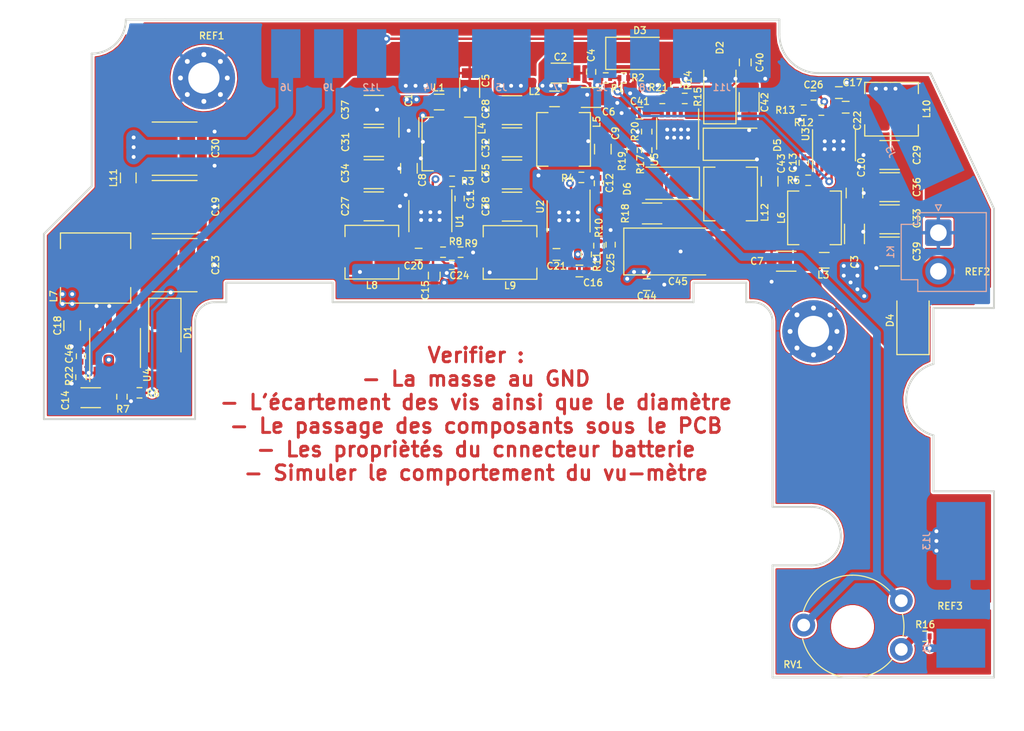
<source format=kicad_pcb>
(kicad_pcb (version 20171130) (host pcbnew 5.1.4-e60b266~84~ubuntu18.04.1)
  (title_block (title "UHER 400 POWER BOARD BY PLF") (date 2019-11-01) (rev 1.0.0))
  (layers (0 F.Cu signal) (1 GND.Cu power) (2 POWER.Cu power) (31 B.Cu signal) (34 B.Paste user hide) (35 F.Paste user) (36 B.SilkS user hide) (37 F.SilkS user) (38 B.Mask user) (39 F.Mask user hide) (44 Edge.Cuts user))
  (net 0 "")
  (net 1 VDD)
  (net 2 GND)
  (net 3 /PW_EN)
  (net 4 "Net-(C5-Pad1)")
  (net 5 "Net-(C6-Pad1)")
  (net 6 "Net-(C7-Pad1)")
  (net 7 "Net-(C8-Pad1)")
  (net 8 "Net-(C9-Pad1)")
  (net 9 "Net-(C10-Pad1)")
  (net 10 "Net-(C11-Pad1)")
  (net 11 -4.9V)
  (net 12 "Net-(C12-Pad1)")
  (net 13 "Net-(C13-Pad1)")
  (net 14 "Net-(C15-Pad1)")
  (net 15 "Net-(C16-Pad1)")
  (net 16 "Net-(C17-Pad1)")
  (net 17 "Net-(C19-Pad2)")
  (net 18 "Net-(C20-Pad2)")
  (net 19 "Net-(C20-Pad1)")
  (net 20 "Net-(C21-Pad2)")
  (net 21 "Net-(C21-Pad1)")
  (net 22 "Net-(C22-Pad2)")
  (net 23 "Net-(C22-Pad1)")
  (net 24 "Net-(C24-Pad2)")
  (net 25 +4.9V)
  (net 26 "Net-(C25-Pad2)")
  (net 27 "Net-(C26-Pad2)")
  (net 28 +7.5V)
  (net 29 +48V)
  (net 30 +15)
  (net 31 "Net-(C41-Pad1)")
  (net 32 "Net-(C42-Pad1)")
  (net 33 +BATT)
  (net 34 "Net-(D1-Pad2)")
  (net 35 "Net-(J1-Pad1)")
  (net 36 /CHG_LED)
  (net 37 "Net-(L12-Pad2)")
  (net 38 "Net-(R1-Pad1)")
  (net 39 "Net-(R3-Pad1)")
  (net 40 "Net-(R4-Pad1)")
  (net 41 "Net-(R5-Pad1)")
  (net 42 "Net-(R6-Pad2)")
  (net 43 "Net-(R14-Pad1)")
  (net 44 "Net-(R16-Pad2)")
  (net 45 "Net-(R17-Pad2)")
  (net 46 "Net-(R17-Pad1)")
  (net 47 "Net-(R21-Pad1)")
  (net 48 "Net-(C43-Pad2)")
  (net 49 "Net-(C43-Pad1)")
  (net 50 /EN_48V)
  (module DVB_Diodes:D_SMA (layer F.Cu) (at 182.77 104.705 90)
    (fp_text reference D4 (at 0 -2.35 90) (layer F.SilkS) (effects (font (size 0.7 0.7) (thickness 0.127))))
    (fp_text value D_0026)
    (pad 1 smd rect (at -2 0 90) (size 2.5 1.8) (layers F.Cu F.Paste F.Mask) (net 1 VDD))
    (pad 2 smd rect (at 2 0 90) (size 2.5 1.8) (layers F.Cu F.Paste F.Mask) (net 33 +BATT))
  )
  (module DVB_Diodes:D_SMA (layer F.Cu) (at 157.37 90.63 180)
    (fp_text reference D6 (at 3.9 -0.575 270) (layer F.SilkS) (effects (font (size 0.7 0.7) (thickness 0.127))))
    (fp_text value D_0026)
    (pad 2 smd rect (at 2 0 180) (size 2.5 1.8) (layers F.Cu F.Paste F.Mask) (net 33 +BATT))
    (pad 1 smd rect (at -2 0 180) (size 2.5 1.8) (layers F.Cu F.Paste F.Mask) (net 48 "Net-(C43-Pad2)"))
  )
  (module DVB_Diodes:D_SMA (layer F.Cu) (at 164.77 86.63)
    (fp_text reference D5 (at 4.1 0.1 270) (layer F.SilkS) (effects (font (size 0.7 0.7) (thickness 0.127))))
    (fp_text value D_0026)
    (pad 2 smd rect (at 2 0) (size 2.5 1.8) (layers F.Cu F.Paste F.Mask) (net 2 GND))
    (pad 1 smd rect (at -2 0) (size 2.5 1.8) (layers F.Cu F.Paste F.Mask) (net 49 "Net-(C43-Pad1)"))
  )
  (module DVB_Diodes:D_SMA (layer F.Cu) (at 154.77 77.305)
    (fp_text reference D3 (at 0 -2.35) (layer F.SilkS) (effects (font (size 0.7 0.7) (thickness 0.127))))
    (fp_text value D_0026)
    (pad 2 smd rect (at 2 0) (size 2.5 1.8) (layers F.Cu F.Paste F.Mask) (net 30 +15))
    (pad 1 smd rect (at -2 0) (size 2.5 1.8) (layers F.Cu F.Paste F.Mask) (net 1 VDD))
  )
  (module DVB_Diodes:D_SMA (layer F.Cu) (at 162.97 81.03 90)
    (fp_text reference D2 (at 4.3 0 90) (layer F.SilkS) (effects (font (size 0.7 0.7) (thickness 0.127))))
    (fp_text value D_0026)
    (pad 2 smd rect (at 2 0 90) (size 2.5 1.8) (layers F.Cu F.Paste F.Mask) (net 30 +15))
    (pad 1 smd rect (at -2 0 90) (size 2.5 1.8) (layers F.Cu F.Paste F.Mask) (net 32 "Net-(C42-Pad1)"))
  )
  (module DVB_Diodes:D_SMA (layer F.Cu) (at 106.07 105.93 270)
    (fp_text reference D1 (at 0 -2.35 90) (layer F.SilkS) (effects (font (size 0.7 0.7) (thickness 0.127))))
    (fp_text value D_0026)
    (pad 2 smd rect (at 2 0 270) (size 2.5 1.8) (layers F.Cu F.Paste F.Mask) (net 34 "Net-(D1-Pad2)"))
    (pad 1 smd rect (at -2 0 270) (size 2.5 1.8) (layers F.Cu F.Paste F.Mask) (net 17 "Net-(C19-Pad2)"))
  )
  (module Potentiometer_THT:Potentiometer_Piher_PT-10-V10_Vertical_Hole (layer F.Cu) (at 181.57 133.455 180)
    (fp_text reference RV1 (at 11.1 -6.55) (layer F.SilkS) (effects (font (size 0.7 0.7) (thickness 0.127))))
    (fp_text value 25K)
    (pad "" np_thru_hole circle (at 5 -2.65 180) (size 4 4) (drill 4) (layers *.Cu *.Mask))
    (pad 1 thru_hole circle (at 0 0 180) (size 2.34 2.34) (drill 1.3) (layers *.Cu *.Mask) (net 3 /PW_EN))
    (pad 2 thru_hole circle (at 10 -2.5 180) (size 2.34 2.34) (drill 1.3) (layers *.Cu *.Mask) (net 3 /PW_EN))
    (pad 3 thru_hole circle (at 0 -5 180) (size 2.34 2.34) (drill 1.3) (layers *.Cu *.Mask) (net 44 "Net-(R16-Pad2)"))
  )
  (module DVB_Inductors:L_7050-Wurth (layer F.Cu) (at 98.97 99.33)
    (fp_text reference L7 (at -4.3 2.9 90) (layer F.SilkS) (effects (font (size 0.7 0.7) (thickness 0.127))))
    (fp_text value L_0015)
    (pad 2 smd rect (at 2.7 0) (size 2.95 3.5) (layers F.Cu F.Paste F.Mask) (net 34 "Net-(D1-Pad2)"))
    (pad 1 smd rect (at -2.7 0) (size 2.95 3.5) (layers F.Cu F.Paste F.Mask) (net 1 VDD))
  )
  (module Connector_JST:JST_VH_B2P-VH_1x02_P3.96mm_Vertical (layer B.Cu) (at 185.37 95.705 270)
    (fp_text reference K1 (at 1.98 4.9 270) (layer B.SilkS) (effects (font (size 0.7 0.7) (thickness 0.127)) (justify mirror)))
    (fp_text value BATT)
    (pad 2 thru_hole circle (at 3.96 0 270) (size 2.7 2.7) (drill 1.7) (layers *.Cu *.Mask) (net 33 +BATT))
    (pad 1 thru_hole roundrect (at 0 0 270) (size 2.7 2.7) (drill 1.7) (layers *.Cu *.Mask) (roundrect_rratio 0.09259299999999999) (net 2 GND))
  )
  (module DVB_Fiducials:REF_1mm (layer F.Cu) (at 189.37 101.705)
    (fp_text reference REF2 (at 0 -2) (layer F.SilkS) (effects (font (size 0.7 0.7) (thickness 0.127))))
    (fp_text value CircleWhite1mm)
    (pad ~ smd circle (at 0 0) (size 1 1) (layers F.Cu F.Mask) (clearance 0.77))
  )
  (module DVB_Fiducials:REF_1mm (layer F.Cu) (at 189.37 134.005)
    (fp_text reference REF3 (at -2.8 0) (layer F.SilkS) (effects (font (size 0.7 0.7) (thickness 0.127))))
    (fp_text value CircleWhite1mm)
    (pad ~ smd circle (at 0 0) (size 1 1) (layers F.Cu F.Mask) (clearance 0.77))
  )
  (module DVB_Fiducials:REF_1mm (layer F.Cu) (at 103.47 75.505)
    (fp_text reference REF1 hide)
    (fp_text value CircleWhite1mm)
    (pad ~ smd circle (at 0 0) (size 1 1) (layers F.Cu F.Mask) (clearance 0.77))
  )
  (module DVB_Mechanicals:LogoUher2 (layer B.Cu) (at 99.07 97.905 180)
    (fp_text reference G*** hide)
    (fp_text value LOGO hide)
  )
  (module LogoUher1 (layer B.Cu) (at 121.67 95.23 180)
    (fp_text reference G*** hide)
    (fp_text value LOGO hide)
  )
  (module MountingHole:MountingHole_3.2mm_M3_Pad_Via (layer F.Cu) (at 110.07 79.83)
    (fp_text reference REF1 (at 0.8 -4.325) (layer F.SilkS) (effects (font (size 0.7 0.7) (thickness 0.127))))
    (fp_text value MountingHole_3.2mm_M3_Pad_Via)
    (pad 1 thru_hole circle (at 1.697056 -1.697056) (size 0.8 0.8) (drill 0.5) (layers *.Cu *.Mask))
    (pad 1 thru_hole circle (at 0 -2.4) (size 0.8 0.8) (drill 0.5) (layers *.Cu *.Mask))
    (pad 1 thru_hole circle (at -1.697056 -1.697056) (size 0.8 0.8) (drill 0.5) (layers *.Cu *.Mask))
    (pad 1 thru_hole circle (at -2.4 0) (size 0.8 0.8) (drill 0.5) (layers *.Cu *.Mask))
    (pad 1 thru_hole circle (at -1.697056 1.697056) (size 0.8 0.8) (drill 0.5) (layers *.Cu *.Mask))
    (pad 1 thru_hole circle (at 0 2.4) (size 0.8 0.8) (drill 0.5) (layers *.Cu *.Mask))
    (pad 1 thru_hole circle (at 1.697056 1.697056) (size 0.8 0.8) (drill 0.5) (layers *.Cu *.Mask))
    (pad 1 thru_hole circle (at 2.4 0) (size 0.8 0.8) (drill 0.5) (layers *.Cu *.Mask))
    (pad 1 thru_hole circle (at 0 0) (size 6.4 6.4) (drill 3.2) (layers *.Cu *.Mask) (net 2 GND))
  )
  (module MountingHole:MountingHole_3.2mm_M3_Pad_Via (layer F.Cu) (at 172.57 105.83)
    (fp_text reference REF** hide)
    (fp_text value MountingHole_3.2mm_M3_Pad_Via)
    (pad 1 thru_hole circle (at 1.697056 -1.697056) (size 0.8 0.8) (drill 0.5) (layers *.Cu *.Mask))
    (pad 1 thru_hole circle (at 0 -2.4) (size 0.8 0.8) (drill 0.5) (layers *.Cu *.Mask))
    (pad 1 thru_hole circle (at -1.697056 -1.697056) (size 0.8 0.8) (drill 0.5) (layers *.Cu *.Mask))
    (pad 1 thru_hole circle (at -2.4 0) (size 0.8 0.8) (drill 0.5) (layers *.Cu *.Mask))
    (pad 1 thru_hole circle (at -1.697056 1.697056) (size 0.8 0.8) (drill 0.5) (layers *.Cu *.Mask))
    (pad 1 thru_hole circle (at 0 2.4) (size 0.8 0.8) (drill 0.5) (layers *.Cu *.Mask))
    (pad 1 thru_hole circle (at 1.697056 1.697056) (size 0.8 0.8) (drill 0.5) (layers *.Cu *.Mask))
    (pad 1 thru_hole circle (at 2.4 0) (size 0.8 0.8) (drill 0.5) (layers *.Cu *.Mask))
    (pad 1 thru_hole circle (at 0 0) (size 6.4 6.4) (drill 3.2) (layers *.Cu *.Mask) (net 2 GND))
  )
  (module DVB_Resistors:R_0402 (layer F.Cu) (at 97.47 110.53 270)
    (fp_text reference R22 (at -0.125 1.2 90) (layer F.SilkS) (effects (font (size 0.7 0.7) (thickness 0.127))))
    (fp_text value R_0034)
    (pad 2 smd rect (at 0.45 0 270) (size 0.4 0.6) (layers F.Cu F.Paste F.Mask) (net 2 GND))
    (pad 1 smd rect (at -0.45 0 270) (size 0.4 0.6) (layers F.Cu F.Paste F.Mask) (net 50 /EN_48V))
  )
  (module DVB_Connectors:Solder_Pad_8x5 (layer B.Cu) (at 122.87 77.33)
    (fp_text reference J9 (at 0 3.475) (layer B.SilkS) (effects (font (size 0.7 0.7) (thickness 0.127)) (justify mirror)))
    (fp_text value ON/OFF-48V)
    (pad 1 smd rect (at 0 0) (size 3 5) (layers B.Cu B.Paste B.Mask) (net 50 /EN_48V) (clearance 1))
  )
  (module DVB_Capacitors_Ceramic:C_0402 (layer F.Cu) (at 97.47 108.38 270)
    (fp_text reference C46 (at -0.275 1.2 90) (layer F.SilkS) (effects (font (size 0.7 0.7) (thickness 0.127))))
    (fp_text value C_0002)
    (pad 2 smd rect (at 0.55 0 270) (size 0.6 0.5) (layers F.Cu F.Paste F.Mask) (net 50 /EN_48V))
    (pad 1 smd rect (at -0.55 0 270) (size 0.6 0.5) (layers F.Cu F.Paste F.Mask) (net 2 GND))
  )
  (module DVB_Connectors:Solder_Pad_8x5 (layer B.Cu) (at 155.27 77.33)
    (fp_text reference J8 (at 0 3.475) (layer B.SilkS) (effects (font (size 0.7 0.7) (thickness 0.127)) (justify mirror)))
    (fp_text value 15VIN-3A)
    (pad 1 smd rect (at 0 0) (size 3 5) (layers B.Cu B.Paste B.Mask) (net 30 +15) (clearance 1))
  )
  (module DVB_Connectors:Solder_Pad_8x5 (layer B.Cu) (at 187.67 127.33 270)
    (fp_text reference J13 (at 0 3.5 90) (layer B.SilkS) (effects (font (size 0.7 0.7) (thickness 0.127)) (justify mirror)))
    (fp_text value GND)
    (pad 1 smd rect (at 0 0 270) (size 8 5) (layers B.Cu B.Paste B.Mask) (net 2 GND) (clearance 1) (thermal_gap 1))
  )
  (module DVB_SSOP:MSOP_12-1EP_3x4_P0.65 (layer F.Cu) (at 158.63875 85.5425 270)
    (fp_text reference U5 (at 2.6625 2.36875 90) (layer F.SilkS) (effects (font (size 0.7 0.7) (thickness 0.127))))
    (fp_text value U_0089)
    (pad 13 smd rect (at -0.4125 -1.06875 270) (size 0.825 0.7125) (layers F.Cu F.Paste F.Mask) (net 2 GND))
    (pad 13 smd rect (at -0.4125 -0.35625 270) (size 0.825 0.7125) (layers F.Cu F.Paste F.Mask) (net 2 GND))
    (pad 13 smd rect (at -0.4125 0.35625 270) (size 0.825 0.7125) (layers F.Cu F.Paste F.Mask) (net 2 GND))
    (pad 13 smd rect (at -0.4125 1.06875 270) (size 0.825 0.7125) (layers F.Cu F.Paste F.Mask) (net 2 GND))
    (pad 13 smd rect (at 0.4125 -1.06875 270) (size 0.825 0.7125) (layers F.Cu F.Paste F.Mask) (net 2 GND))
    (pad 13 smd rect (at 0.4125 -0.35625 270) (size 0.825 0.7125) (layers F.Cu F.Paste F.Mask) (net 2 GND))
    (pad 13 smd rect (at 0.4125 0.35625 270) (size 0.825 0.7125) (layers F.Cu F.Paste F.Mask) (net 2 GND))
    (pad 13 smd rect (at 0.4125 1.06875 270) (size 0.825 0.7125) (layers F.Cu F.Paste F.Mask) (net 2 GND))
    (pad 12 smd rect (at 2.105 -1.625 270) (size 0.89 0.42) (layers F.Cu F.Paste F.Mask) (net 49 "Net-(C43-Pad1)"))
    (pad 11 smd rect (at 2.105 -0.975 270) (size 0.89 0.42) (layers F.Cu F.Paste F.Mask) (net 48 "Net-(C43-Pad2)"))
    (pad 10 smd rect (at 2.105 -0.325 270) (size 0.89 0.42) (layers F.Cu F.Paste F.Mask) (net 37 "Net-(L12-Pad2)"))
    (pad 9 smd rect (at 2.105 0.325 270) (size 0.89 0.42) (layers F.Cu F.Paste F.Mask) (net 33 +BATT))
    (pad 8 smd rect (at 2.105 0.975 270) (size 0.89 0.42) (layers F.Cu F.Paste F.Mask))
    (pad 7 smd rect (at 2.105 1.625 270) (size 0.89 0.42) (layers F.Cu F.Paste F.Mask) (net 45 "Net-(R17-Pad2)"))
    (pad 6 smd rect (at -2.105 1.625 270) (size 0.89 0.42) (layers F.Cu F.Paste F.Mask) (net 31 "Net-(C41-Pad1)"))
    (pad 5 smd rect (at -2.105 0.975 270) (size 0.89 0.42) (layers F.Cu F.Paste F.Mask))
    (pad 4 smd rect (at -2.105 0.325 270) (size 0.89 0.42) (layers F.Cu F.Paste F.Mask) (net 47 "Net-(R21-Pad1)"))
    (pad 3 smd rect (at -2.105 -0.325 270) (size 0.89 0.42) (layers F.Cu F.Paste F.Mask) (net 43 "Net-(R14-Pad1)"))
    (pad 2 smd rect (at -2.105 -0.975 270) (size 0.89 0.42) (layers F.Cu F.Paste F.Mask) (net 32 "Net-(C42-Pad1)"))
    (pad 1 smd rect (at -2.105 -1.625 270) (size 0.89 0.42) (layers F.Cu F.Paste F.Mask) (net 32 "Net-(C42-Pad1)"))
  )
  (module DVB_SOIC:SOIC_8 (layer F.Cu) (at 100.97 107.53 90)
    (fp_text reference U4 (at -2.775 3.3 90) (layer F.SilkS) (effects (font (size 0.7 0.7) (thickness 0.127))))
    (fp_text value U_0126)
    (pad 8 smd rect (at 2.7 -1.905 90) (size 1.55 0.6) (layers F.Cu F.Paste F.Mask) (net 2 GND))
    (pad 7 smd rect (at 2.7 -0.635 90) (size 1.55 0.6) (layers F.Cu F.Paste F.Mask) (net 2 GND))
    (pad 6 smd rect (at 2.7 0.635 90) (size 1.55 0.6) (layers F.Cu F.Paste F.Mask) (net 34 "Net-(D1-Pad2)"))
    (pad 5 smd rect (at 2.7 1.905 90) (size 1.55 0.6) (layers F.Cu F.Paste F.Mask) (net 34 "Net-(D1-Pad2)"))
    (pad 4 smd rect (at -2.7 1.905 90) (size 1.55 0.6) (layers F.Cu F.Paste F.Mask))
    (pad 3 smd rect (at -2.7 0.635 90) (size 1.55 0.6) (layers F.Cu F.Paste F.Mask) (net 42 "Net-(R6-Pad2)"))
    (pad 2 smd rect (at -2.7 -0.635 90) (size 1.55 0.6) (layers F.Cu F.Paste F.Mask) (net 1 VDD))
    (pad 1 smd rect (at -2.7 -1.905 90) (size 1.55 0.6) (layers F.Cu F.Paste F.Mask) (net 50 /EN_48V))
  )
  (module DVB_SSOP:MSOP_16-1EP_3x4_P0.5 (layer F.Cu) (at 174.67 86.73 90)
    (fp_text reference U3 (at 1.125 -2.9 90) (layer F.SilkS) (effects (font (size 0.7 0.7) (thickness 0.127))))
    (fp_text value U_0064)
    (pad 17 smd rect (at -0.4 -0.95 90) (size 0.825 0.95) (layers F.Cu F.Paste F.Mask) (net 2 GND))
    (pad 17 smd rect (at -0.4 0 90) (size 0.825 0.95) (layers F.Cu F.Paste F.Mask) (net 2 GND))
    (pad 17 smd rect (at -0.4 0.95 90) (size 0.825 0.95) (layers F.Cu F.Paste F.Mask) (net 2 GND))
    (pad 17 smd rect (at 0.4 0.95 90) (size 0.825 0.95) (layers F.Cu F.Paste F.Mask) (net 2 GND))
    (pad 17 smd rect (at 0.4 0 90) (size 0.825 0.95) (layers F.Cu F.Paste F.Mask) (net 2 GND))
    (pad 17 smd rect (at 0.4 -0.95 90) (size 0.825 0.95) (layers F.Cu F.Paste F.Mask) (net 2 GND))
    (pad 9 smd rect (at 2.2 1.75 90) (size 1 0.3) (layers F.Cu F.Paste F.Mask) (net 22 "Net-(C22-Pad2)"))
    (pad 10 smd rect (at 2.2 1.25 90) (size 1 0.3) (layers F.Cu F.Paste F.Mask) (net 22 "Net-(C22-Pad2)"))
    (pad 11 smd rect (at 2.2 0.75 90) (size 1 0.3) (layers F.Cu F.Paste F.Mask) (net 22 "Net-(C22-Pad2)"))
    (pad 8 smd rect (at -2.2 1.75 90) (size 1 0.3) (layers F.Cu F.Paste F.Mask) (net 2 GND))
    (pad 7 smd rect (at -2.2 1.25 90) (size 1 0.3) (layers F.Cu F.Paste F.Mask))
    (pad 6 smd rect (at -2.2 0.75 90) (size 1 0.3) (layers F.Cu F.Paste F.Mask) (net 9 "Net-(C10-Pad1)"))
    (pad 16 smd rect (at 2.2 -1.75 90) (size 1 0.3) (layers F.Cu F.Paste F.Mask) (net 27 "Net-(C26-Pad2)"))
    (pad 15 smd rect (at 2.2 -1.25 90) (size 1 0.3) (layers F.Cu F.Paste F.Mask))
    (pad 14 smd rect (at 2.2 -0.75 90) (size 1 0.3) (layers F.Cu F.Paste F.Mask) (net 28 +7.5V))
    (pad 13 smd rect (at 2.2 -0.25 90) (size 1 0.3) (layers F.Cu F.Paste F.Mask) (net 16 "Net-(C17-Pad1)"))
    (pad 12 smd rect (at 2.2 0.25 90) (size 1 0.3) (layers F.Cu F.Paste F.Mask) (net 23 "Net-(C22-Pad1)"))
    (pad 5 smd rect (at -2.2 0.25 90) (size 1 0.3) (layers F.Cu F.Paste F.Mask) (net 9 "Net-(C10-Pad1)"))
    (pad 4 smd rect (at -2.2 -0.25 90) (size 1 0.3) (layers F.Cu F.Paste F.Mask) (net 38 "Net-(R1-Pad1)"))
    (pad 3 smd rect (at -2.2 -0.75 90) (size 1 0.3) (layers F.Cu F.Paste F.Mask) (net 41 "Net-(R5-Pad1)"))
    (pad 2 smd rect (at -2.2 -1.25 90) (size 1 0.3) (layers F.Cu F.Paste F.Mask) (net 13 "Net-(C13-Pad1)"))
    (pad 1 smd rect (at -2.2 -1.75 90) (size 1 0.3) (layers F.Cu F.Paste F.Mask) (net 2 GND))
  )
  (module DVB_SSOP:MSOP_16-1EP_3x4_P0.5 (layer F.Cu) (at 147.46 94.03 270)
    (fp_text reference U2 (at -1 2.9 270) (layer F.SilkS) (effects (font (size 0.7 0.7) (thickness 0.127))))
    (fp_text value U_0064)
    (pad 17 smd rect (at -0.4 -0.95 270) (size 0.825 0.95) (layers F.Cu F.Paste F.Mask) (net 11 -4.9V))
    (pad 17 smd rect (at -0.4 0 270) (size 0.825 0.95) (layers F.Cu F.Paste F.Mask) (net 11 -4.9V))
    (pad 17 smd rect (at -0.4 0.95 270) (size 0.825 0.95) (layers F.Cu F.Paste F.Mask) (net 11 -4.9V))
    (pad 17 smd rect (at 0.4 0.95 270) (size 0.825 0.95) (layers F.Cu F.Paste F.Mask) (net 11 -4.9V))
    (pad 17 smd rect (at 0.4 0 270) (size 0.825 0.95) (layers F.Cu F.Paste F.Mask) (net 11 -4.9V))
    (pad 17 smd rect (at 0.4 -0.95 270) (size 0.825 0.95) (layers F.Cu F.Paste F.Mask) (net 11 -4.9V))
    (pad 9 smd rect (at 2.2 1.75 270) (size 1 0.3) (layers F.Cu F.Paste F.Mask) (net 20 "Net-(C21-Pad2)"))
    (pad 10 smd rect (at 2.2 1.25 270) (size 1 0.3) (layers F.Cu F.Paste F.Mask) (net 20 "Net-(C21-Pad2)"))
    (pad 11 smd rect (at 2.2 0.75 270) (size 1 0.3) (layers F.Cu F.Paste F.Mask) (net 20 "Net-(C21-Pad2)"))
    (pad 8 smd rect (at -2.2 1.75 270) (size 1 0.3) (layers F.Cu F.Paste F.Mask) (net 11 -4.9V))
    (pad 7 smd rect (at -2.2 1.25 270) (size 1 0.3) (layers F.Cu F.Paste F.Mask))
    (pad 6 smd rect (at -2.2 0.75 270) (size 1 0.3) (layers F.Cu F.Paste F.Mask) (net 8 "Net-(C9-Pad1)"))
    (pad 16 smd rect (at 2.2 -1.75 270) (size 1 0.3) (layers F.Cu F.Paste F.Mask) (net 26 "Net-(C25-Pad2)"))
    (pad 15 smd rect (at 2.2 -1.25 270) (size 1 0.3) (layers F.Cu F.Paste F.Mask))
    (pad 14 smd rect (at 2.2 -0.75 270) (size 1 0.3) (layers F.Cu F.Paste F.Mask) (net 2 GND))
    (pad 13 smd rect (at 2.2 -0.25 270) (size 1 0.3) (layers F.Cu F.Paste F.Mask) (net 15 "Net-(C16-Pad1)"))
    (pad 12 smd rect (at 2.2 0.25 270) (size 1 0.3) (layers F.Cu F.Paste F.Mask) (net 21 "Net-(C21-Pad1)"))
    (pad 5 smd rect (at -2.2 0.25 270) (size 1 0.3) (layers F.Cu F.Paste F.Mask) (net 8 "Net-(C9-Pad1)"))
    (pad 4 smd rect (at -2.2 -0.25 270) (size 1 0.3) (layers F.Cu F.Paste F.Mask) (net 28 +7.5V))
    (pad 3 smd rect (at -2.2 -0.75 270) (size 1 0.3) (layers F.Cu F.Paste F.Mask) (net 40 "Net-(R4-Pad1)"))
    (pad 2 smd rect (at -2.2 -1.25 270) (size 1 0.3) (layers F.Cu F.Paste F.Mask) (net 12 "Net-(C12-Pad1)"))
    (pad 1 smd rect (at -2.2 -1.75 270) (size 1 0.3) (layers F.Cu F.Paste F.Mask) (net 2 GND))
  )
  (module DVB_SSOP:MSOP_16-1EP_3x4_P0.5 (layer F.Cu) (at 133.29 94 270)
    (fp_text reference U1 (at 0.5 -3 90) (layer F.SilkS) (effects (font (size 0.7 0.7) (thickness 0.127))))
    (fp_text value U_0064)
    (pad 17 smd rect (at -0.4 -0.95 270) (size 0.825 0.95) (layers F.Cu F.Paste F.Mask) (net 2 GND))
    (pad 17 smd rect (at -0.4 0 270) (size 0.825 0.95) (layers F.Cu F.Paste F.Mask) (net 2 GND))
    (pad 17 smd rect (at -0.4 0.95 270) (size 0.825 0.95) (layers F.Cu F.Paste F.Mask) (net 2 GND))
    (pad 17 smd rect (at 0.4 0.95 270) (size 0.825 0.95) (layers F.Cu F.Paste F.Mask) (net 2 GND))
    (pad 17 smd rect (at 0.4 0 270) (size 0.825 0.95) (layers F.Cu F.Paste F.Mask) (net 2 GND))
    (pad 17 smd rect (at 0.4 -0.95 270) (size 0.825 0.95) (layers F.Cu F.Paste F.Mask) (net 2 GND))
    (pad 9 smd rect (at 2.2 1.75 270) (size 1 0.3) (layers F.Cu F.Paste F.Mask) (net 18 "Net-(C20-Pad2)"))
    (pad 10 smd rect (at 2.2 1.25 270) (size 1 0.3) (layers F.Cu F.Paste F.Mask) (net 18 "Net-(C20-Pad2)"))
    (pad 11 smd rect (at 2.2 0.75 270) (size 1 0.3) (layers F.Cu F.Paste F.Mask) (net 18 "Net-(C20-Pad2)"))
    (pad 8 smd rect (at -2.2 1.75 270) (size 1 0.3) (layers F.Cu F.Paste F.Mask) (net 2 GND))
    (pad 7 smd rect (at -2.2 1.25 270) (size 1 0.3) (layers F.Cu F.Paste F.Mask))
    (pad 6 smd rect (at -2.2 0.75 270) (size 1 0.3) (layers F.Cu F.Paste F.Mask) (net 7 "Net-(C8-Pad1)"))
    (pad 16 smd rect (at 2.2 -1.75 270) (size 1 0.3) (layers F.Cu F.Paste F.Mask) (net 24 "Net-(C24-Pad2)"))
    (pad 15 smd rect (at 2.2 -1.25 270) (size 1 0.3) (layers F.Cu F.Paste F.Mask))
    (pad 14 smd rect (at 2.2 -0.75 270) (size 1 0.3) (layers F.Cu F.Paste F.Mask) (net 25 +4.9V))
    (pad 13 smd rect (at 2.2 -0.25 270) (size 1 0.3) (layers F.Cu F.Paste F.Mask) (net 14 "Net-(C15-Pad1)"))
    (pad 12 smd rect (at 2.2 0.25 270) (size 1 0.3) (layers F.Cu F.Paste F.Mask) (net 19 "Net-(C20-Pad1)"))
    (pad 5 smd rect (at -2.2 0.25 270) (size 1 0.3) (layers F.Cu F.Paste F.Mask) (net 7 "Net-(C8-Pad1)"))
    (pad 4 smd rect (at -2.2 -0.25 270) (size 1 0.3) (layers F.Cu F.Paste F.Mask) (net 28 +7.5V))
    (pad 3 smd rect (at -2.2 -0.75 270) (size 1 0.3) (layers F.Cu F.Paste F.Mask) (net 39 "Net-(R3-Pad1)"))
    (pad 2 smd rect (at -2.2 -1.25 270) (size 1 0.3) (layers F.Cu F.Paste F.Mask) (net 10 "Net-(C11-Pad1)"))
    (pad 1 smd rect (at -2.2 -1.75 270) (size 1 0.3) (layers F.Cu F.Paste F.Mask) (net 2 GND))
  )
  (module DVB_Resistors:R_0402 (layer F.Cu) (at 157.07 81.93 180)
    (fp_text reference R21 (at 0.4 1.125) (layer F.SilkS) (effects (font (size 0.7 0.7) (thickness 0.127))))
    (fp_text value R_0020)
    (pad 2 smd rect (at 0.45 0 180) (size 0.4 0.6) (layers F.Cu F.Paste F.Mask) (net 36 /CHG_LED))
    (pad 1 smd rect (at -0.45 0 180) (size 0.4 0.6) (layers F.Cu F.Paste F.Mask) (net 47 "Net-(R21-Pad1)"))
  )
  (module DVB_Resistors:R_0402 (layer F.Cu) (at 155.47 85.33 90)
    (fp_text reference R20 (at 0.025 -1.2 90) (layer F.SilkS) (effects (font (size 0.7 0.7) (thickness 0.127))))
    (fp_text value R_0034)
    (pad 2 smd rect (at 0.45 0 90) (size 0.4 0.6) (layers F.Cu F.Paste F.Mask) (net 2 GND))
    (pad 1 smd rect (at -0.45 0 90) (size 0.4 0.6) (layers F.Cu F.Paste F.Mask) (net 46 "Net-(R17-Pad1)"))
  )
  (module DVB_Resistors:R_0402 (layer F.Cu) (at 153.97 87.23 90)
    (fp_text reference R19 (at -1.135 -1.03 90) (layer F.SilkS) (effects (font (size 0.7 0.7) (thickness 0.127))))
    (fp_text value R_0157)
    (pad 2 smd rect (at 0.45 0 90) (size 0.4 0.6) (layers F.Cu F.Paste F.Mask) (net 46 "Net-(R17-Pad1)"))
    (pad 1 smd rect (at -0.45 0 90) (size 0.4 0.6) (layers F.Cu F.Paste F.Mask) (net 33 +BATT))
  )
  (module DVB_Resistors:R_1206 (layer F.Cu) (at 156.02 93.73)
    (fp_text reference R18 (at -2.75 0 270) (layer F.SilkS) (effects (font (size 0.7 0.7) (thickness 0.127))))
    (fp_text value R_0099)
    (pad 2 smd rect (at 1.45 0) (size 0.9 1.7) (layers F.Cu F.Paste F.Mask) (net 37 "Net-(L12-Pad2)"))
    (pad 1 smd rect (at -1.45 0) (size 0.9 1.7) (layers F.Cu F.Paste F.Mask) (net 33 +BATT))
  )
  (module DVB_Resistors:R_0402 (layer F.Cu) (at 155.47 87.23 270)
    (fp_text reference R17 (at 1.475 0.64 90) (layer F.SilkS) (effects (font (size 0.7 0.7) (thickness 0.127))))
    (fp_text value R_0128)
    (pad 2 smd rect (at 0.45 0 270) (size 0.4 0.6) (layers F.Cu F.Paste F.Mask) (net 45 "Net-(R17-Pad2)"))
    (pad 1 smd rect (at -0.45 0 270) (size 0.4 0.6) (layers F.Cu F.Paste F.Mask) (net 46 "Net-(R17-Pad1)"))
  )
  (module DVB_Resistors:R_0402 (layer F.Cu) (at 184.02 137.105 180)
    (fp_text reference R16 (at 0 1.2) (layer F.SilkS) (effects (font (size 0.7 0.7) (thickness 0.127))))
    (fp_text value R_0112)
    (pad 2 smd rect (at 0.45 0 180) (size 0.4 0.6) (layers F.Cu F.Paste F.Mask) (net 44 "Net-(R16-Pad2)"))
    (pad 1 smd rect (at -0.45 0 180) (size 0.4 0.6) (layers F.Cu F.Paste F.Mask) (net 35 "Net-(J1-Pad1)"))
  )
  (module DVB_Resistors:R_0402 (layer F.Cu) (at 159.37 81.93 180)
    (fp_text reference R15 (at -1.34 0.175 90) (layer F.SilkS) (effects (font (size 0.7 0.7) (thickness 0.127))))
    (fp_text value R_0008)
    (pad 2 smd rect (at 0.45 0 180) (size 0.4 0.6) (layers F.Cu F.Paste F.Mask) (net 43 "Net-(R14-Pad1)"))
    (pad 1 smd rect (at -0.45 0 180) (size 0.4 0.6) (layers F.Cu F.Paste F.Mask) (net 2 GND))
  )
  (module DVB_Resistors:R_0402 (layer F.Cu) (at 158.47 80.48 90)
    (fp_text reference R14 (at 0.405 1.24 90) (layer F.SilkS) (effects (font (size 0.7 0.7) (thickness 0.127))))
    (fp_text value R_0002)
    (pad 2 smd rect (at 0.45 0 90) (size 0.4 0.6) (layers F.Cu F.Paste F.Mask) (net 30 +15))
    (pad 1 smd rect (at -0.45 0 90) (size 0.4 0.6) (layers F.Cu F.Paste F.Mask) (net 43 "Net-(R14-Pad1)"))
  )
  (module DVB_Resistors:R_0402 (layer F.Cu) (at 171.57 83.13)
    (fp_text reference R13 (at -1.9 0) (layer F.SilkS) (effects (font (size 0.7 0.7) (thickness 0.127))))
    (fp_text value R_0158)
    (pad 2 smd rect (at 0.45 0) (size 0.4 0.6) (layers F.Cu F.Paste F.Mask) (net 27 "Net-(C26-Pad2)"))
    (pad 1 smd rect (at -0.45 0) (size 0.4 0.6) (layers F.Cu F.Paste F.Mask) (net 2 GND))
  )
  (module DVB_Resistors:R_0402 (layer F.Cu) (at 173.37 83.13 180)
    (fp_text reference R12 (at 1.8 -1.275) (layer F.SilkS) (effects (font (size 0.7 0.7) (thickness 0.127))))
    (fp_text value R_0002)
    (pad 2 smd rect (at 0.45 0 180) (size 0.4 0.6) (layers F.Cu F.Paste F.Mask) (net 27 "Net-(C26-Pad2)"))
    (pad 1 smd rect (at -0.45 0 180) (size 0.4 0.6) (layers F.Cu F.Paste F.Mask) (net 28 +7.5V))
  )
  (module DVB_Resistors:R_0402 (layer F.Cu) (at 149.27 97.93 270)
    (fp_text reference R11 (at 0.775 -1.1 270) (layer F.SilkS) (effects (font (size 0.7 0.7) (thickness 0.127))))
    (fp_text value R_0155)
    (pad 2 smd rect (at 0.45 0 270) (size 0.4 0.6) (layers F.Cu F.Paste F.Mask) (net 11 -4.9V))
    (pad 1 smd rect (at -0.45 0 270) (size 0.4 0.6) (layers F.Cu F.Paste F.Mask) (net 26 "Net-(C25-Pad2)"))
  )
  (module DVB_Resistors:R_0402 (layer F.Cu) (at 150.57 97.03 270)
    (fp_text reference R10 (at -1.825 0 270) (layer F.SilkS) (effects (font (size 0.7 0.7) (thickness 0.127))))
    (fp_text value R_0002)
    (pad 2 smd rect (at 0.45 0 270) (size 0.4 0.6) (layers F.Cu F.Paste F.Mask) (net 26 "Net-(C25-Pad2)"))
    (pad 1 smd rect (at -0.45 0 270) (size 0.4 0.6) (layers F.Cu F.Paste F.Mask) (net 2 GND))
  )
  (module DVB_Resistors:R_0402 (layer F.Cu) (at 136.39 97.7)
    (fp_text reference R9 (at 1.08 -0.895) (layer F.SilkS) (effects (font (size 0.7 0.7) (thickness 0.127))))
    (fp_text value R_0155)
    (pad 2 smd rect (at 0.45 0) (size 0.4 0.6) (layers F.Cu F.Paste F.Mask) (net 2 GND))
    (pad 1 smd rect (at -0.45 0) (size 0.4 0.6) (layers F.Cu F.Paste F.Mask) (net 24 "Net-(C24-Pad2)"))
  )
  (module DVB_Resistors:R_0402 (layer F.Cu) (at 134.59 97.7)
    (fp_text reference R8 (at 1.28 -1.095) (layer F.SilkS) (effects (font (size 0.7 0.7) (thickness 0.127))))
    (fp_text value R_0002)
    (pad 2 smd rect (at 0.45 0) (size 0.4 0.6) (layers F.Cu F.Paste F.Mask) (net 24 "Net-(C24-Pad2)"))
    (pad 1 smd rect (at -0.45 0) (size 0.4 0.6) (layers F.Cu F.Paste F.Mask) (net 25 +4.9V))
  )
  (module DVB_Resistors:R_0402 (layer F.Cu) (at 101.67 112.53 270)
    (fp_text reference R7 (at 1.275 -0.1 180) (layer F.SilkS) (effects (font (size 0.7 0.7) (thickness 0.127))))
    (fp_text value R_0118)
    (pad 2 smd rect (at 0.45 0 270) (size 0.4 0.6) (layers F.Cu F.Paste F.Mask) (net 2 GND))
    (pad 1 smd rect (at -0.45 0 270) (size 0.4 0.6) (layers F.Cu F.Paste F.Mask) (net 42 "Net-(R6-Pad2)"))
  )
  (module DVB_Resistors:R_0402 (layer F.Cu) (at 103.47 112.13 180)
    (fp_text reference R6 (at -1.4 -0.075) (layer F.SilkS) (effects (font (size 0.7 0.7) (thickness 0.127))))
    (fp_text value R_0154)
    (pad 2 smd rect (at 0.45 0 180) (size 0.4 0.6) (layers F.Cu F.Paste F.Mask) (net 42 "Net-(R6-Pad2)"))
    (pad 1 smd rect (at -0.45 0 180) (size 0.4 0.6) (layers F.Cu F.Paste F.Mask) (net 17 "Net-(C19-Pad2)"))
  )
  (module DVB_Resistors:R_0402 (layer F.Cu) (at 172.02 90.33 180)
    (fp_text reference R5 (at 1.5 0) (layer F.SilkS) (effects (font (size 0.7 0.7) (thickness 0.127))))
    (fp_text value R_0156)
    (pad 2 smd rect (at 0.45 0 180) (size 0.4 0.6) (layers F.Cu F.Paste F.Mask) (net 2 GND))
    (pad 1 smd rect (at -0.45 0 180) (size 0.4 0.6) (layers F.Cu F.Paste F.Mask) (net 41 "Net-(R5-Pad1)"))
  )
  (module DVB_Resistors:R_0402 (layer F.Cu) (at 148.77 90.03)
    (fp_text reference R4 (at -1.4 0.075) (layer F.SilkS) (effects (font (size 0.7 0.7) (thickness 0.127))))
    (fp_text value R_0156)
    (pad 2 smd rect (at 0.45 0) (size 0.4 0.6) (layers F.Cu F.Paste F.Mask) (net 11 -4.9V))
    (pad 1 smd rect (at -0.45 0) (size 0.4 0.6) (layers F.Cu F.Paste F.Mask) (net 40 "Net-(R4-Pad1)"))
  )
  (module DVB_Resistors:R_0402 (layer F.Cu) (at 135.52 90.43)
    (fp_text reference R3 (at 1.6 0) (layer F.SilkS) (effects (font (size 0.7 0.7) (thickness 0.127))))
    (fp_text value R_0156)
    (pad 2 smd rect (at 0.45 0) (size 0.4 0.6) (layers F.Cu F.Paste F.Mask) (net 2 GND))
    (pad 1 smd rect (at -0.45 0) (size 0.4 0.6) (layers F.Cu F.Paste F.Mask) (net 39 "Net-(R3-Pad1)"))
  )
  (module DVB_Resistors:R_0402 (layer F.Cu) (at 153.12 79.83)
    (fp_text reference R2 (at 1.45 -0.025) (layer F.SilkS) (effects (font (size 0.7 0.7) (thickness 0.127))))
    (fp_text value R_0159)
    (pad 2 smd rect (at 0.45 0) (size 0.4 0.6) (layers F.Cu F.Paste F.Mask) (net 2 GND))
    (pad 1 smd rect (at -0.45 0) (size 0.4 0.6) (layers F.Cu F.Paste F.Mask) (net 38 "Net-(R1-Pad1)"))
  )
  (module DVB_Resistors:R_0402 (layer F.Cu) (at 151.27 79.83 180)
    (fp_text reference R1 (at -1.2 -1.075) (layer F.SilkS) (effects (font (size 0.7 0.7) (thickness 0.127))))
    (fp_text value R_0002)
    (pad 2 smd rect (at 0.45 0 180) (size 0.4 0.6) (layers F.Cu F.Paste F.Mask) (net 3 /PW_EN))
    (pad 1 smd rect (at -0.45 0 180) (size 0.4 0.6) (layers F.Cu F.Paste F.Mask) (net 38 "Net-(R1-Pad1)"))
  )
  (module DVB_Inductors:L_2020-Vishay (layer F.Cu) (at 164.07 91.73 270)
    (fp_text reference L12 (at 1.9 -3.5 90) (layer F.SilkS) (effects (font (size 0.7 0.7) (thickness 0.127))))
    (fp_text value L_0004)
    (pad 2 smd rect (at 2.05 0 270) (size 1.92 2.79) (layers F.Cu F.Paste F.Mask) (net 37 "Net-(L12-Pad2)"))
    (pad 1 smd rect (at -2.05 0 270) (size 1.92 2.79) (layers F.Cu F.Paste F.Mask) (net 49 "Net-(C43-Pad1)"))
  )
  (module DVB_Inductors:L_0805 (layer F.Cu) (at 102.32 90.08 90)
    (fp_text reference L11 (at 0 -1.525 90) (layer F.SilkS) (effects (font (size 0.7 0.7) (thickness 0.127))))
    (fp_text value L_0001)
    (pad 2 smd rect (at 0.95 0 90) (size 0.7 1.3) (layers F.Cu F.Paste F.Mask) (net 29 +48V))
    (pad 1 smd rect (at -0.95 0 90) (size 0.7 1.3) (layers F.Cu F.Paste F.Mask) (net 17 "Net-(C19-Pad2)"))
  )
  (module DVB_Inductors:L_2020-Vishay (layer F.Cu) (at 180.57 83.03)
    (fp_text reference L10 (at 3.6 -0.025 90) (layer F.SilkS) (effects (font (size 0.7 0.7) (thickness 0.127))))
    (fp_text value L_0004)
    (pad 2 smd rect (at 2.05 0) (size 1.92 2.79) (layers F.Cu F.Paste F.Mask) (net 28 +7.5V))
    (pad 1 smd rect (at -2.05 0) (size 1.92 2.79) (layers F.Cu F.Paste F.Mask) (net 22 "Net-(C22-Pad2)"))
  )
  (module DVB_Inductors:L_2020-Vishay (layer F.Cu) (at 141.46 97.73 180)
    (fp_text reference L9 (at 0 -3.4) (layer F.SilkS) (effects (font (size 0.7 0.7) (thickness 0.127))))
    (fp_text value L_0004)
    (pad 2 smd rect (at 2.05 0 180) (size 1.92 2.79) (layers F.Cu F.Paste F.Mask) (net 2 GND))
    (pad 1 smd rect (at -2.05 0 180) (size 1.92 2.79) (layers F.Cu F.Paste F.Mask) (net 20 "Net-(C21-Pad2)"))
  )
  (module DVB_Inductors:L_2020-Vishay (layer F.Cu) (at 127.29 97.7 180)
    (fp_text reference L8 (at 0 -3.4 180) (layer F.SilkS) (effects (font (size 0.7 0.7) (thickness 0.127))))
    (fp_text value L_0004)
    (pad 2 smd rect (at 2.05 0 180) (size 1.92 2.79) (layers F.Cu F.Paste F.Mask) (net 25 +4.9V))
    (pad 1 smd rect (at -2.05 0 180) (size 1.92 2.79) (layers F.Cu F.Paste F.Mask) (net 18 "Net-(C20-Pad2)"))
  )
  (module DVB_Inductors:L_2020-Vishay (layer F.Cu) (at 172.67 94.18 90)
    (fp_text reference L6 (at 0 -3.4 90) (layer F.SilkS) (effects (font (size 0.7 0.7) (thickness 0.127))))
    (fp_text value L_0004)
    (pad 2 smd rect (at 2.05 0 90) (size 1.92 2.79) (layers F.Cu F.Paste F.Mask) (net 9 "Net-(C10-Pad1)"))
    (pad 1 smd rect (at -2.05 0 90) (size 1.92 2.79) (layers F.Cu F.Paste F.Mask) (net 6 "Net-(C7-Pad1)"))
  )
  (module DVB_Inductors:L_2020-Vishay (layer F.Cu) (at 146.95 86.13 270)
    (fp_text reference L5 (at -1.8 -3.4 270) (layer F.SilkS) (effects (font (size 0.7 0.7) (thickness 0.127))))
    (fp_text value L_0004)
    (pad 2 smd rect (at 2.05 0 270) (size 1.92 2.79) (layers F.Cu F.Paste F.Mask) (net 8 "Net-(C9-Pad1)"))
    (pad 1 smd rect (at -2.05 0 270) (size 1.92 2.79) (layers F.Cu F.Paste F.Mask) (net 5 "Net-(C6-Pad1)"))
  )
  (module DVB_Inductors:L_2020-Vishay (layer F.Cu) (at 135.19 86.6 270)
    (fp_text reference L4 (at -1.595 -3.38 270) (layer F.SilkS) (effects (font (size 0.7 0.7) (thickness 0.127))))
    (fp_text value L_0004)
    (pad 2 smd rect (at 2.05 0 270) (size 1.92 2.79) (layers F.Cu F.Paste F.Mask) (net 7 "Net-(C8-Pad1)"))
    (pad 1 smd rect (at -2.05 0 270) (size 1.92 2.79) (layers F.Cu F.Paste F.Mask) (net 4 "Net-(C5-Pad1)"))
  )
  (module DVB_Inductors:L_0805 (layer F.Cu) (at 173.67 98.53 180)
    (fp_text reference L3 (at 0.1 -1.5) (layer F.SilkS) (effects (font (size 0.7 0.7) (thickness 0.127))))
    (fp_text value L_0001)
    (pad 2 smd rect (at 0.95 0 180) (size 0.7 1.3) (layers F.Cu F.Paste F.Mask) (net 6 "Net-(C7-Pad1)"))
    (pad 1 smd rect (at -0.95 0 180) (size 0.7 1.3) (layers F.Cu F.Paste F.Mask) (net 1 VDD))
  )
  (module DVB_Inductors:L_0805 (layer F.Cu) (at 146.02 81.975)
    (fp_text reference L2 (at -2.05 -0.77 180) (layer F.SilkS) (effects (font (size 0.7 0.7) (thickness 0.127))))
    (fp_text value L_0001)
    (pad 2 smd rect (at 0.95 0) (size 0.7 1.3) (layers F.Cu F.Paste F.Mask) (net 5 "Net-(C6-Pad1)"))
    (pad 1 smd rect (at -0.95 0) (size 0.7 1.3) (layers F.Cu F.Paste F.Mask) (net 1 VDD))
  )
  (module DVB_Inductors:L_0805 (layer F.Cu) (at 134.19 82.3)
    (fp_text reference L1 (at -0.02 -1.47) (layer F.SilkS) (effects (font (size 0.7 0.7) (thickness 0.127))))
    (fp_text value L_0001)
    (pad 2 smd rect (at 0.95 0) (size 0.7 1.3) (layers F.Cu F.Paste F.Mask) (net 4 "Net-(C5-Pad1)"))
    (pad 1 smd rect (at -0.95 0) (size 0.7 1.3) (layers F.Cu F.Paste F.Mask) (net 1 VDD))
  )
  (module DVB_Connectors:Solder_Pad_8x5 (layer B.Cu) (at 127.27 77.33)
    (fp_text reference J12 (at 0 3.475) (layer B.SilkS) (effects (font (size 0.7 0.7) (thickness 0.127)) (justify mirror)))
    (fp_text value TESTBAT-14)
    (pad 1 smd rect (at 0 0) (size 3 5) (layers B.Cu B.Paste B.Mask) (net 36 /CHG_LED) (clearance 1))
  )
  (module DVB_Connectors:Solder_Pad_8x5 (layer B.Cu) (at 163.17 77.33)
    (fp_text reference J11 (at 0 3.475) (layer B.SilkS) (effects (font (size 0.7 0.7) (thickness 0.127)) (justify mirror)))
    (fp_text value GND-7_21_22_3B_28_51B_53_76)
    (pad 1 smd rect (at 0 0) (size 10 5) (layers B.Cu B.Paste B.Mask) (net 2 GND) (clearance 1) (thermal_gap 1))
  )
  (module DVB_Connectors:Solder_Pad_8x5 (layer B.Cu) (at 146.47 77.33)
    (fp_text reference J7 (at 0 3.475) (layer B.SilkS) (effects (font (size 0.7 0.7) (thickness 0.127)) (justify mirror)))
    (fp_text value ON/OFF-4A_6B)
    (pad 1 smd rect (at 0 0) (size 3 5) (layers B.Cu B.Paste B.Mask) (net 1 VDD) (clearance 1))
  )
  (module DVB_Connectors:Solder_Pad_8x5 (layer B.Cu) (at 118.47 77.33)
    (fp_text reference J6 (at 0 3.475) (layer B.SilkS) (effects (font (size 0.7 0.7) (thickness 0.127)) (justify mirror)))
    (fp_text value +48V)
    (pad 1 smd rect (at 0 0) (size 3 5) (layers B.Cu B.Paste B.Mask) (net 29 +48V) (clearance 1))
  )
  (module DVB_Connectors:Solder_Pad_8x5 (layer B.Cu) (at 140.57 77.33)
    (fp_text reference J5 (at 0 3.475) (layer B.SilkS) (effects (font (size 0.7 0.7) (thickness 0.127)) (justify mirror)))
    (fp_text value -4.9V)
    (pad 1 smd rect (at 0 0) (size 6 5) (layers B.Cu B.Paste B.Mask) (net 11 -4.9V) (clearance 1))
  )
  (module DVB_Connectors:Solder_Pad_8x5 (layer B.Cu) (at 133.17 77.33)
    (fp_text reference J4 (at 0 3.475) (layer B.SilkS) (effects (font (size 0.7 0.7) (thickness 0.127)) (justify mirror)))
    (fp_text value +4.9V-10_36_80_83_93)
    (pad 1 smd rect (at 0 0) (size 6 5) (layers B.Cu B.Paste B.Mask) (net 25 +4.9V) (clearance 1))
  )
  (module DVB_Connectors:Solder_Pad_8x5 (layer B.Cu) (at 183.67 85.83 115)
    (fp_text reference J3 (at -0.075056 -3.565809 115) (layer B.SilkS) (effects (font (size 0.7 0.7) (thickness 0.127)) (justify mirror)))
    (fp_text value +7.5V-13_26_33_51A_54_104_6A)
    (pad 1 smd rect (at 0 0 115) (size 10 5) (layers B.Cu B.Paste B.Mask) (net 28 +7.5V) (clearance 1))
  )
  (module DVB_Connectors:Solder_Pad_8x5 (layer B.Cu) (at 150.87 77.33)
    (fp_text reference J2 (at 0 3.475) (layer B.SilkS) (effects (font (size 0.7 0.7) (thickness 0.127)) (justify mirror)))
    (fp_text value ON/OFF-6A)
    (pad 1 smd rect (at 0 0) (size 3 5) (layers B.Cu B.Paste B.Mask) (net 3 /PW_EN) (clearance 1))
  )
  (module DVB_Connectors:Solder_Pad_8x5 (layer B.Cu) (at 187.67 138.33 90)
    (fp_text reference J1 (at 0 -3.5 90) (layer B.SilkS) (effects (font (size 0.7 0.7) (thickness 0.127)) (justify mirror)))
    (fp_text value TESTBAT-14)
    (pad 1 smd rect (at 0 0 90) (size 4 5) (layers B.Cu B.Paste B.Mask) (net 35 "Net-(J1-Pad1)") (clearance 1))
  )
  (module DVB_Capacitors_Tantalum:CP_EIA-7343-31 (layer F.Cu) (at 157.87 97.63)
    (fp_text reference C45 (at 0.8 3.075) (layer F.SilkS) (effects (font (size 0.7 0.7) (thickness 0.127))))
    (fp_text value C_0058)
    (pad 2 smd rect (at 3.175 0) (size 2.55 2.7) (layers F.Cu F.Paste F.Mask) (net 2 GND))
    (pad 1 smd rect (at -3.175 0) (size 2.55 2.7) (layers F.Cu F.Paste F.Mask) (net 33 +BATT))
  )
  (module DVB_Capacitors_Ceramic:C_0603 (layer F.Cu) (at 155.47 101.03)
    (fp_text reference C44 (at 0 1.175) (layer F.SilkS) (effects (font (size 0.7 0.7) (thickness 0.127))))
    (fp_text value C_0003)
    (pad 2 smd rect (at 0.75 0) (size 0.8 0.75) (layers F.Cu F.Paste F.Mask) (net 2 GND))
    (pad 1 smd rect (at -0.75 0) (size 0.8 0.75) (layers F.Cu F.Paste F.Mask) (net 33 +BATT))
  )
  (module DVB_Capacitors_Ceramic:C_0805 (layer F.Cu) (at 168.07 90.43 270)
    (fp_text reference C43 (at -1.825 -1.2 90) (layer F.SilkS) (effects (font (size 0.7 0.7) (thickness 0.127))))
    (fp_text value C_0056)
    (pad 2 smd rect (at 1 0 270) (size 1 1.25) (layers F.Cu F.Paste F.Mask) (net 48 "Net-(C43-Pad2)"))
    (pad 1 smd rect (at -1 0 270) (size 1 1.25) (layers F.Cu F.Paste F.Mask) (net 49 "Net-(C43-Pad1)"))
  )
  (module DVB_Capacitors_Ceramic:C_1206 (layer F.Cu) (at 165.97 82.33 270)
    (fp_text reference C42 (at 0 -1.6 90) (layer F.SilkS) (effects (font (size 0.7 0.7) (thickness 0.127))))
    (fp_text value C_0041)
    (pad 2 smd rect (at 1.5 0 270) (size 1 1.6) (layers F.Cu F.Paste F.Mask) (net 2 GND))
    (pad 1 smd rect (at -1.5 0 270) (size 1 1.6) (layers F.Cu F.Paste F.Mask) (net 32 "Net-(C42-Pad1)"))
  )
  (module DVB_Capacitors_Ceramic:C_0603 (layer F.Cu) (at 154.72 83.43 180)
    (fp_text reference C41 (at -0.05 1.2) (layer F.SilkS) (effects (font (size 0.7 0.7) (thickness 0.127))))
    (fp_text value C_0057)
    (pad 2 smd rect (at 0.75 0 180) (size 0.8 0.75) (layers F.Cu F.Paste F.Mask) (net 2 GND))
    (pad 1 smd rect (at -0.75 0 180) (size 0.8 0.75) (layers F.Cu F.Paste F.Mask) (net 31 "Net-(C41-Pad1)"))
  )
  (module DVB_Capacitors_Ceramic:C_0603 (layer F.Cu) (at 165.57 78.23 270)
    (fp_text reference C40 (at 0 -1.5 90) (layer F.SilkS) (effects (font (size 0.7 0.7) (thickness 0.127))))
    (fp_text value C_0037)
    (pad 2 smd rect (at 0.75 0 270) (size 0.8 0.75) (layers F.Cu F.Paste F.Mask) (net 30 +15))
    (pad 1 smd rect (at -0.75 0 270) (size 0.8 0.75) (layers F.Cu F.Paste F.Mask) (net 2 GND))
  )
  (module DVB_Capacitors_Ceramic:C_1210 (layer F.Cu) (at 180.37 97.63 180)
    (fp_text reference C39 (at -2.8 0 270) (layer F.SilkS) (effects (font (size 0.7 0.7) (thickness 0.127))))
    (fp_text value C_0040)
    (pad 2 smd rect (at 1.5 0 180) (size 1 2.5) (layers F.Cu F.Paste F.Mask) (net 2 GND))
    (pad 1 smd rect (at -1.5 0 180) (size 1 2.5) (layers F.Cu F.Paste F.Mask) (net 28 +7.5V))
  )
  (module DVB_Capacitors_Ceramic:C_1210 (layer F.Cu) (at 141.66 93.03)
    (fp_text reference C38 (at -2.69 -0.025 90) (layer F.SilkS) (effects (font (size 0.7 0.7) (thickness 0.127))))
    (fp_text value C_0040)
    (pad 2 smd rect (at 1.5 0) (size 1 2.5) (layers F.Cu F.Paste F.Mask) (net 11 -4.9V))
    (pad 1 smd rect (at -1.5 0) (size 1 2.5) (layers F.Cu F.Paste F.Mask) (net 2 GND))
  )
  (module DVB_Capacitors_Ceramic:C_1210 (layer F.Cu) (at 127.49 83.1)
    (fp_text reference C37 (at -2.92 0.005 90) (layer F.SilkS) (effects (font (size 0.7 0.7) (thickness 0.127))))
    (fp_text value C_0040)
    (pad 2 smd rect (at 1.5 0) (size 1 2.5) (layers F.Cu F.Paste F.Mask) (net 2 GND))
    (pad 1 smd rect (at -1.5 0) (size 1 2.5) (layers F.Cu F.Paste F.Mask) (net 25 +4.9V))
  )
  (module DVB_Capacitors_Ceramic:C_1210 (layer F.Cu) (at 180.37 91.03 180)
    (fp_text reference C36 (at -2.8 0 270) (layer F.SilkS) (effects (font (size 0.7 0.7) (thickness 0.127))))
    (fp_text value C_0040)
    (pad 2 smd rect (at 1.5 0 180) (size 1 2.5) (layers F.Cu F.Paste F.Mask) (net 2 GND))
    (pad 1 smd rect (at -1.5 0 180) (size 1 2.5) (layers F.Cu F.Paste F.Mask) (net 28 +7.5V))
  )
  (module DVB_Capacitors_Ceramic:C_1210 (layer F.Cu) (at 141.66 89.73)
    (fp_text reference C35 (at -2.69 -0.1 90) (layer F.SilkS) (effects (font (size 0.7 0.7) (thickness 0.127))))
    (fp_text value C_0040)
    (pad 2 smd rect (at 1.5 0) (size 1 2.5) (layers F.Cu F.Paste F.Mask) (net 11 -4.9V))
    (pad 1 smd rect (at -1.5 0) (size 1 2.5) (layers F.Cu F.Paste F.Mask) (net 2 GND))
  )
  (module DVB_Capacitors_Ceramic:C_1210 (layer F.Cu) (at 127.49 89.7)
    (fp_text reference C34 (at -2.92 -0.095 90) (layer F.SilkS) (effects (font (size 0.7 0.7) (thickness 0.127))))
    (fp_text value C_0040)
    (pad 2 smd rect (at 1.5 0) (size 1 2.5) (layers F.Cu F.Paste F.Mask) (net 2 GND))
    (pad 1 smd rect (at -1.5 0) (size 1 2.5) (layers F.Cu F.Paste F.Mask) (net 25 +4.9V))
  )
  (module DVB_Capacitors_Ceramic:C_1210 (layer F.Cu) (at 180.37 94.33 180)
    (fp_text reference C33 (at -2.8 0.1 270) (layer F.SilkS) (effects (font (size 0.7 0.7) (thickness 0.127))))
    (fp_text value C_0040)
    (pad 2 smd rect (at 1.5 0 180) (size 1 2.5) (layers F.Cu F.Paste F.Mask) (net 2 GND))
    (pad 1 smd rect (at -1.5 0 180) (size 1 2.5) (layers F.Cu F.Paste F.Mask) (net 28 +7.5V))
  )
  (module DVB_Capacitors_Ceramic:C_1210 (layer F.Cu) (at 141.66 86.43)
    (fp_text reference C32 (at -2.69 0.575 90) (layer F.SilkS) (effects (font (size 0.7 0.7) (thickness 0.127))))
    (fp_text value C_0040)
    (pad 2 smd rect (at 1.5 0) (size 1 2.5) (layers F.Cu F.Paste F.Mask) (net 11 -4.9V))
    (pad 1 smd rect (at -1.5 0) (size 1 2.5) (layers F.Cu F.Paste F.Mask) (net 2 GND))
  )
  (module DVB_Capacitors_Ceramic:C_1210 (layer F.Cu) (at 127.49 86.4)
    (fp_text reference C31 (at -2.9 0 90) (layer F.SilkS) (effects (font (size 0.7 0.7) (thickness 0.127))))
    (fp_text value C_0040)
    (pad 2 smd rect (at 1.5 0) (size 1 2.5) (layers F.Cu F.Paste F.Mask) (net 2 GND))
    (pad 1 smd rect (at -1.5 0) (size 1 2.5) (layers F.Cu F.Paste F.Mask) (net 25 +4.9V))
  )
  (module DVB_Capacitors_Ceramic:C_2220 (layer F.Cu) (at 107.07 87.08 180)
    (fp_text reference C30 (at -4.2 0.05 90) (layer F.SilkS) (effects (font (size 0.7 0.7) (thickness 0.127))))
    (fp_text value C_0071)
    (pad 2 smd rect (at 2.8 0 180) (size 1 5) (layers F.Cu F.Paste F.Mask) (net 29 +48V))
    (pad 1 smd rect (at -2.8 0 180) (size 1 5) (layers F.Cu F.Paste F.Mask) (net 2 GND))
  )
  (module DVB_Capacitors_Ceramic:C_1210 (layer F.Cu) (at 180.37 87.73 180)
    (fp_text reference C29 (at -2.8 0 270) (layer F.SilkS) (effects (font (size 0.7 0.7) (thickness 0.127))))
    (fp_text value C_0040)
    (pad 2 smd rect (at 1.5 0 180) (size 1 2.5) (layers F.Cu F.Paste F.Mask) (net 2 GND))
    (pad 1 smd rect (at -1.5 0 180) (size 1 2.5) (layers F.Cu F.Paste F.Mask) (net 28 +7.5V))
  )
  (module DVB_Capacitors_Ceramic:C_1210 (layer F.Cu) (at 141.66 83.13)
    (fp_text reference C28 (at -2.69 -0.125 90) (layer F.SilkS) (effects (font (size 0.7 0.7) (thickness 0.127))))
    (fp_text value C_0040)
    (pad 2 smd rect (at 1.5 0) (size 1 2.5) (layers F.Cu F.Paste F.Mask) (net 11 -4.9V))
    (pad 1 smd rect (at -1.5 0) (size 1 2.5) (layers F.Cu F.Paste F.Mask) (net 2 GND))
  )
  (module DVB_Capacitors_Ceramic:C_1210 (layer F.Cu) (at 127.49 93)
    (fp_text reference C27 (at -2.92 0.005 270) (layer F.SilkS) (effects (font (size 0.7 0.7) (thickness 0.127))))
    (fp_text value C_0040)
    (pad 2 smd rect (at 1.5 0) (size 1 2.5) (layers F.Cu F.Paste F.Mask) (net 2 GND))
    (pad 1 smd rect (at -1.5 0) (size 1 2.5) (layers F.Cu F.Paste F.Mask) (net 25 +4.9V))
  )
  (module DVB_Capacitors_Ceramic:C_0402 (layer F.Cu) (at 172.57 81.63 180)
    (fp_text reference C26 (at 0 1.1) (layer F.SilkS) (effects (font (size 0.7 0.7) (thickness 0.127))))
    (fp_text value C_0039)
    (pad 2 smd rect (at 0.55 0 180) (size 0.6 0.5) (layers F.Cu F.Paste F.Mask) (net 27 "Net-(C26-Pad2)"))
    (pad 1 smd rect (at -0.55 0 180) (size 0.6 0.5) (layers F.Cu F.Paste F.Mask) (net 28 +7.5V))
  )
  (module DVB_Capacitors_Ceramic:C_0402 (layer F.Cu) (at 151.77 96.93 270)
    (fp_text reference C25 (at 1.875 0 270) (layer F.SilkS) (effects (font (size 0.7 0.7) (thickness 0.127))))
    (fp_text value C_0039)
    (pad 2 smd rect (at 0.55 0 270) (size 0.6 0.5) (layers F.Cu F.Paste F.Mask) (net 26 "Net-(C25-Pad2)"))
    (pad 1 smd rect (at -0.55 0 270) (size 0.6 0.5) (layers F.Cu F.Paste F.Mask) (net 2 GND))
  )
  (module DVB_Capacitors_Ceramic:C_0402 (layer F.Cu) (at 135.49 99)
    (fp_text reference C24 (at 0.78 1.1 180) (layer F.SilkS) (effects (font (size 0.7 0.7) (thickness 0.127))))
    (fp_text value C_0039)
    (pad 2 smd rect (at 0.55 0) (size 0.6 0.5) (layers F.Cu F.Paste F.Mask) (net 24 "Net-(C24-Pad2)"))
    (pad 1 smd rect (at -0.55 0) (size 0.6 0.5) (layers F.Cu F.Paste F.Mask) (net 25 +4.9V))
  )
  (module DVB_Capacitors_Ceramic:C_2220 (layer F.Cu) (at 107.07 99.03 180)
    (fp_text reference C23 (at -4.2 0 270) (layer F.SilkS) (effects (font (size 0.7 0.7) (thickness 0.127))))
    (fp_text value C_0071)
    (pad 2 smd rect (at 2.8 0 180) (size 1 5) (layers F.Cu F.Paste F.Mask) (net 17 "Net-(C19-Pad2)"))
    (pad 1 smd rect (at -2.8 0 180) (size 1 5) (layers F.Cu F.Paste F.Mask) (net 2 GND))
  )
  (module DVB_Capacitors_Ceramic:C_0603 (layer F.Cu) (at 175.87 82.83)
    (fp_text reference C22 (at 1.2 1.375 90) (layer F.SilkS) (effects (font (size 0.7 0.7) (thickness 0.127))))
    (fp_text value C_0012)
    (pad 2 smd rect (at 0.75 0) (size 0.8 0.75) (layers F.Cu F.Paste F.Mask) (net 22 "Net-(C22-Pad2)"))
    (pad 1 smd rect (at -0.75 0) (size 0.8 0.75) (layers F.Cu F.Paste F.Mask) (net 23 "Net-(C22-Pad1)"))
  )
  (module DVB_Capacitors_Ceramic:C_0603 (layer F.Cu) (at 146.22 97.93 180)
    (fp_text reference C21 (at 0 -1.2) (layer F.SilkS) (effects (font (size 0.7 0.7) (thickness 0.127))))
    (fp_text value C_0012)
    (pad 2 smd rect (at 0.75 0 180) (size 0.8 0.75) (layers F.Cu F.Paste F.Mask) (net 20 "Net-(C21-Pad2)"))
    (pad 1 smd rect (at -0.75 0 180) (size 0.8 0.75) (layers F.Cu F.Paste F.Mask) (net 21 "Net-(C21-Pad1)"))
  )
  (module DVB_Capacitors_Ceramic:C_0603 (layer F.Cu) (at 132.09 97.9 180)
    (fp_text reference C20 (at 0.52 -1.205 180) (layer F.SilkS) (effects (font (size 0.7 0.7) (thickness 0.127))))
    (fp_text value C_0012)
    (pad 2 smd rect (at 0.75 0 180) (size 0.8 0.75) (layers F.Cu F.Paste F.Mask) (net 18 "Net-(C20-Pad2)"))
    (pad 1 smd rect (at -0.75 0 180) (size 0.8 0.75) (layers F.Cu F.Paste F.Mask) (net 19 "Net-(C20-Pad1)"))
  )
  (module DVB_Capacitors_Ceramic:C_2220 (layer F.Cu) (at 107.07 93.08 180)
    (fp_text reference C19 (at -4.2 0.05 90) (layer F.SilkS) (effects (font (size 0.7 0.7) (thickness 0.127))))
    (fp_text value C_0071)
    (pad 2 smd rect (at 2.8 0 180) (size 1 5) (layers F.Cu F.Paste F.Mask) (net 17 "Net-(C19-Pad2)"))
    (pad 1 smd rect (at -2.8 0 180) (size 1 5) (layers F.Cu F.Paste F.Mask) (net 2 GND))
  )
  (module DVB_Capacitors_Ceramic:C_0805 (layer F.Cu) (at 96.57 105.23 270)
    (fp_text reference C18 (at 0 1.5 90) (layer F.SilkS) (effects (font (size 0.7 0.7) (thickness 0.127))))
    (fp_text value C_0032)
    (pad 2 smd rect (at 1 0 270) (size 1 1.25) (layers F.Cu F.Paste F.Mask) (net 2 GND))
    (pad 1 smd rect (at -1 0 270) (size 1 1.25) (layers F.Cu F.Paste F.Mask) (net 1 VDD))
  )
  (module DVB_Capacitors_Ceramic:C_0603 (layer F.Cu) (at 175.17 81.33)
    (fp_text reference C17 (at 1.4 -1.025) (layer F.SilkS) (effects (font (size 0.7 0.7) (thickness 0.127))))
    (fp_text value C_0037)
    (pad 2 smd rect (at 0.75 0) (size 0.8 0.75) (layers F.Cu F.Paste F.Mask) (net 2 GND))
    (pad 1 smd rect (at -0.75 0) (size 0.8 0.75) (layers F.Cu F.Paste F.Mask) (net 16 "Net-(C17-Pad1)"))
  )
  (module DVB_Capacitors_Ceramic:C_0603 (layer F.Cu) (at 148.57 99.63)
    (fp_text reference C16 (at 1.4 1.2 180) (layer F.SilkS) (effects (font (size 0.7 0.7) (thickness 0.127))))
    (fp_text value C_0037)
    (pad 2 smd rect (at 0.75 0) (size 0.8 0.75) (layers F.Cu F.Paste F.Mask) (net 11 -4.9V))
    (pad 1 smd rect (at -0.75 0) (size 0.8 0.75) (layers F.Cu F.Paste F.Mask) (net 15 "Net-(C16-Pad1)"))
  )
  (module DVB_Capacitors_Ceramic:C_0603 (layer F.Cu) (at 133.69 100.1 270)
    (fp_text reference C15 (at 1.505 0.92 90) (layer F.SilkS) (effects (font (size 0.7 0.7) (thickness 0.127))))
    (fp_text value C_0037)
    (pad 2 smd rect (at 0.75 0 270) (size 0.8 0.75) (layers F.Cu F.Paste F.Mask) (net 2 GND))
    (pad 1 smd rect (at -0.75 0 270) (size 0.8 0.75) (layers F.Cu F.Paste F.Mask) (net 14 "Net-(C15-Pad1)"))
  )
  (module DVB_Capacitors_Ceramic:C_1206 (layer F.Cu) (at 98.47 112.63 180)
    (fp_text reference C14 (at 2.6 -0.275 90) (layer F.SilkS) (effects (font (size 0.7 0.7) (thickness 0.127))))
    (fp_text value C_0038)
    (pad 2 smd rect (at 1.5 0 180) (size 1 1.6) (layers F.Cu F.Paste F.Mask) (net 2 GND))
    (pad 1 smd rect (at -1.5 0 180) (size 1 1.6) (layers F.Cu F.Paste F.Mask) (net 1 VDD))
  )
  (module DVB_Capacitors_Ceramic:C_0402 (layer F.Cu) (at 171.57 88.53 270)
    (fp_text reference C13 (at 0 1.1 90) (layer F.SilkS) (effects (font (size 0.7 0.7) (thickness 0.127))))
    (fp_text value C_0002)
    (pad 2 smd rect (at 0.55 0 270) (size 0.6 0.5) (layers F.Cu F.Paste F.Mask) (net 2 GND))
    (pad 1 smd rect (at -0.55 0 270) (size 0.6 0.5) (layers F.Cu F.Paste F.Mask) (net 13 "Net-(C13-Pad1)"))
  )
  (module DVB_Capacitors_Ceramic:C_0402 (layer F.Cu) (at 150.57 90.63 90)
    (fp_text reference C12 (at 0.025 1.1 270) (layer F.SilkS) (effects (font (size 0.7 0.7) (thickness 0.127))))
    (fp_text value C_0002)
    (pad 2 smd rect (at 0.55 0 90) (size 0.6 0.5) (layers F.Cu F.Paste F.Mask) (net 11 -4.9V))
    (pad 1 smd rect (at -0.55 0 90) (size 0.6 0.5) (layers F.Cu F.Paste F.Mask) (net 12 "Net-(C12-Pad1)"))
  )
  (module DVB_Capacitors_Ceramic:C_0402 (layer F.Cu) (at 136.29 92.2 90)
    (fp_text reference C11 (at -0.05 1.1 270) (layer F.SilkS) (effects (font (size 0.7 0.7) (thickness 0.127))))
    (fp_text value C_0002)
    (pad 2 smd rect (at 0.55 0 90) (size 0.6 0.5) (layers F.Cu F.Paste F.Mask) (net 2 GND))
    (pad 1 smd rect (at -0.55 0 90) (size 0.6 0.5) (layers F.Cu F.Paste F.Mask) (net 10 "Net-(C11-Pad1)"))
  )
  (module DVB_Capacitors_Ceramic:C_0805 (layer F.Cu) (at 176.77 91.63 270)
    (fp_text reference C10 (at -2.625 -0.7 90) (layer F.SilkS) (effects (font (size 0.7 0.7) (thickness 0.127))))
    (fp_text value C_0032)
    (pad 2 smd rect (at 1 0 270) (size 1 1.25) (layers F.Cu F.Paste F.Mask) (net 2 GND))
    (pad 1 smd rect (at -1 0 270) (size 1 1.25) (layers F.Cu F.Paste F.Mask) (net 9 "Net-(C10-Pad1)"))
  )
  (module DVB_Capacitors_Ceramic:C_0805 (layer F.Cu) (at 150.97 87.13 90)
    (fp_text reference C9 (at 1.625 1.3 90) (layer F.SilkS) (effects (font (size 0.7 0.7) (thickness 0.127))))
    (fp_text value C_0032)
    (pad 2 smd rect (at 1 0 90) (size 1 1.25) (layers F.Cu F.Paste F.Mask) (net 2 GND))
    (pad 1 smd rect (at -1 0 90) (size 1 1.25) (layers F.Cu F.Paste F.Mask) (net 8 "Net-(C9-Pad1)"))
  )
  (module DVB_Capacitors_Ceramic:C_0805 (layer F.Cu) (at 131.09 89.1 90)
    (fp_text reference C8 (at -1.205 1.38 270) (layer F.SilkS) (effects (font (size 0.7 0.7) (thickness 0.127))))
    (fp_text value C_0032)
    (pad 2 smd rect (at 1 0 90) (size 1 1.25) (layers F.Cu F.Paste F.Mask) (net 2 GND))
    (pad 1 smd rect (at -1 0 90) (size 1 1.25) (layers F.Cu F.Paste F.Mask) (net 7 "Net-(C8-Pad1)"))
  )
  (module DVB_Capacitors_Ceramic:C_1206 (layer F.Cu) (at 169.77 98.63 180)
    (fp_text reference C7 (at 3 0) (layer F.SilkS) (effects (font (size 0.7 0.7) (thickness 0.127))))
    (fp_text value C_0038)
    (pad 2 smd rect (at 1.5 0 180) (size 1 1.6) (layers F.Cu F.Paste F.Mask) (net 2 GND))
    (pad 1 smd rect (at -1.5 0 180) (size 1 1.6) (layers F.Cu F.Paste F.Mask) (net 6 "Net-(C7-Pad1)"))
  )
  (module DVB_Capacitors_Ceramic:C_1206 (layer F.Cu) (at 149.77 81.83)
    (fp_text reference C6 (at 1.8 1.475 180) (layer F.SilkS) (effects (font (size 0.7 0.7) (thickness 0.127))))
    (fp_text value C_0038)
    (pad 2 smd rect (at 1.5 0) (size 1 1.6) (layers F.Cu F.Paste F.Mask) (net 2 GND))
    (pad 1 smd rect (at -1.5 0) (size 1 1.6) (layers F.Cu F.Paste F.Mask) (net 5 "Net-(C6-Pad1)"))
  )
  (module DVB_Capacitors_Ceramic:C_1206 (layer F.Cu) (at 137.32 80.83 90)
    (fp_text reference C5 (at 0.725 1.65 90) (layer F.SilkS) (effects (font (size 0.7 0.7) (thickness 0.127))))
    (fp_text value C_0038)
    (pad 2 smd rect (at 1.5 0 90) (size 1 1.6) (layers F.Cu F.Paste F.Mask) (net 2 GND))
    (pad 1 smd rect (at -1.5 0 90) (size 1 1.6) (layers F.Cu F.Paste F.Mask) (net 4 "Net-(C5-Pad1)"))
  )
  (module DVB_Capacitors_Ceramic:C_0402 (layer F.Cu) (at 149.77 79.205 270)
    (fp_text reference C4 (at -1.7 0 90) (layer F.SilkS) (effects (font (size 0.7 0.7) (thickness 0.127))))
    (fp_text value C_0002)
    (pad 2 smd rect (at 0.55 0 270) (size 0.6 0.5) (layers F.Cu F.Paste F.Mask) (net 3 /PW_EN))
    (pad 1 smd rect (at -0.55 0 270) (size 0.6 0.5) (layers F.Cu F.Paste F.Mask) (net 2 GND))
  )
  (module DVB_Capacitors_Ceramic:C_1206 (layer F.Cu) (at 176.77 95.83 270)
    (fp_text reference C3 (at 2.875 0 90) (layer F.SilkS) (effects (font (size 0.7 0.7) (thickness 0.127))))
    (fp_text value C_0038)
    (pad 2 smd rect (at 1.5 0 270) (size 1 1.6) (layers F.Cu F.Paste F.Mask) (net 1 VDD))
    (pad 1 smd rect (at -1.5 0 270) (size 1 1.6) (layers F.Cu F.Paste F.Mask) (net 2 GND))
  )
  (module DVB_Capacitors_Ceramic:C_1206 (layer F.Cu) (at 146.67 79.33 180)
    (fp_text reference C2 (at 0.05 1.65) (layer F.SilkS) (effects (font (size 0.7 0.7) (thickness 0.127))))
    (fp_text value C_0038)
    (pad 2 smd rect (at 1.5 0 180) (size 1 1.6) (layers F.Cu F.Paste F.Mask) (net 1 VDD))
    (pad 1 smd rect (at -1.5 0 180) (size 1 1.6) (layers F.Cu F.Paste F.Mask) (net 2 GND))
  )
  (module DVB_Capacitors_Ceramic:C_1206 (layer F.Cu) (at 131.09 84.9 90)
    (fp_text reference C1 (at 2.795 -0.02 270) (layer F.SilkS) (effects (font (size 0.7 0.7) (thickness 0.127))))
    (fp_text value C_0038)
    (pad 2 smd rect (at 1.5 0 90) (size 1 1.6) (layers F.Cu F.Paste F.Mask) (net 1 VDD))
    (pad 1 smd rect (at -1.5 0 90) (size 1 1.6) (layers F.Cu F.Paste F.Mask) (net 2 GND))
  )
  (gr_line (start 98.57 90.93) (end 98.57 77.33) (layer Edge.Cuts) (width 0.2))
  (gr_line (start 93.67 95.83) (end 98.57 90.93) (layer Edge.Cuts) (width 0.2))
  (gr_arc (start 98.57 73.83) (end 102.07 73.83) (angle 90) (layer Edge.Cuts) (width 0.2))
  (gr_line (start 106.07 73.83) (end 102.07 73.83) (layer Edge.Cuts) (width 0.2))
  (gr_text "Verifier :\n- La masse au GND\n- L'écartement des vis ainsi que le diamètre\n- Le passage des composants sous le PCB\n- Les propriètés du cnnecteur batterie\n- Simuler le comportement du vu-mètre" (at 137.97 114.305) (layer F.Cu) (effects (font (size 1.5 1.5) (thickness 0.3))))
  (gr_line (start 106.07 73.83) (end 169.07 73.83) (layer Edge.Cuts) (width 0.2))
  (gr_line (start 165.67 100.83) (end 160.27 100.83) (layer Edge.Cuts) (width 0.2))
  (gr_line (start 123.27 102.83) (end 123.27 100.83) (layer Edge.Cuts) (width 0.2))
  (gr_line (start 109.17 104.83) (end 109.17 114.83) (layer Edge.Cuts) (width 0.2))
  (gr_arc (start 173.07 75.33) (end 173.07 79.33) (angle 90) (layer Edge.Cuts) (width 0.2))
  (gr_line (start 184.87 103.43) (end 184.87 109.163939) (layer Edge.Cuts) (width 0.2))
  (gr_line (start 191.07 141.33) (end 168.37 141.33) (layer Edge.Cuts) (width 0.2))
  (gr_line (start 160.27 102.83) (end 123.27 102.83) (layer Edge.Cuts) (width 0.2))
  (gr_line (start 112.37 100.83) (end 112.37 102.83) (layer Edge.Cuts) (width 0.2))
  (gr_line (start 169.07 73.83) (end 169.07 75.33) (layer Edge.Cuts) (width 0.2))
  (gr_line (start 93.67 114.83) (end 93.67 95.83) (layer Edge.Cuts) (width 0.2))
  (gr_line (start 184.87 122.23) (end 191.07 122.23) (layer Edge.Cuts) (width 0.2))
  (gr_arc (start 111.17 104.83) (end 109.169999 104.83) (angle 90) (layer Edge.Cuts) (width 0.2))
  (gr_line (start 165.67 102.83) (end 165.67 100.83) (layer Edge.Cuts) (width 0.2))
  (gr_line (start 123.27 100.83) (end 112.37 100.83) (layer Edge.Cuts) (width 0.2))
  (gr_line (start 166.37 102.83) (end 165.67 102.83) (layer Edge.Cuts) (width 0.2))
  (gr_arc (start 185.87 112.83) (end 184.87 116.49606) (angle 149.4849534) (layer Edge.Cuts) (width 0.2))
  (gr_line (start 191.07 103.43) (end 184.87 103.43) (layer Edge.Cuts) (width 0.2))
  (gr_line (start 168.37 129.83) (end 172.37 129.83) (layer Edge.Cuts) (width 0.2))
  (gr_line (start 173.07 79.33) (end 184.57 79.33) (layer Edge.Cuts) (width 0.2))
  (gr_line (start 168.37 141.33) (end 168.37 129.83) (layer Edge.Cuts) (width 0.2))
  (gr_arc (start 166.37 104.83) (end 166.37 102.83) (angle 90) (layer Edge.Cuts) (width 0.2))
  (gr_line (start 109.17 114.83) (end 93.67 114.83) (layer Edge.Cuts) (width 0.2))
  (gr_arc (start 172.37 126.83) (end 172.37 123.83) (angle 180) (layer Edge.Cuts) (width 0.2))
  (gr_line (start 172.37 123.83) (end 168.37 123.83) (layer Edge.Cuts) (width 0.2))
  (gr_line (start 168.37 123.83) (end 168.37 104.83) (layer Edge.Cuts) (width 0.2))
  (gr_line (start 191.07 93.23) (end 191.07 103.43) (layer Edge.Cuts) (width 0.2))
  (gr_line (start 191.07 122.23) (end 191.07 141.33) (layer Edge.Cuts) (width 0.2))
  (gr_line (start 112.37 102.83) (end 111.17 102.83) (layer Edge.Cuts) (width 0.2))
  (gr_line (start 184.57 79.33) (end 191.07 93.23) (layer Edge.Cuts) (width 0.2))
  (gr_line (start 184.87 116.49606) (end 184.87 122.23) (layer Edge.Cuts) (width 0.2))
  (gr_line (start 160.27 100.83) (end 160.27 102.83) (layer Edge.Cuts) (width 0.2))
  (segment (start 100.335 112.265) (end 99.97 112.63) (width 0.25) (layer F.Cu) (net 1))
  (segment (start 100.335 110.23) (end 100.335 112.265) (width 0.25) (layer F.Cu) (net 1))
  (via (at 146.57 80.615) (size 0.8) (drill 0.4) (layers F.Cu B.Cu) (net 1))
  (via (at 145.67 80.615) (size 0.8) (drill 0.4) (layers F.Cu B.Cu) (net 1))
  (segment (start 145.07 80.580018) (end 145.069982 80.58) (width 0.25) (layer F.Cu) (net 1))
  (segment (start 145.17 80.479982) (end 145.069982 80.58) (width 0.25) (layer F.Cu) (net 1))
  (segment (start 145.17 79.33) (end 145.17 80.479982) (width 0.25) (layer F.Cu) (net 1))
  (segment (start 145.07 81.83) (end 145.07 80.580018) (width 0.25) (layer F.Cu) (net 1))
  (segment (start 146.47 77.33) (end 146.47 79.179994) (width 1.5) (layer B.Cu) (net 1))
  (segment (start 146.47 77.33) (end 146.47 80.230002) (width 1.5) (layer B.Cu) (net 1))
  (segment (start 145.069982 80.58) (end 145.669999 80.58) (width 1.5) (layer F.Cu) (net 1))
  (via (at 100.32 108.73) (size 0.8) (drill 0.4) (layers F.Cu B.Cu) (net 1))
  (segment (start 100.335 108.745) (end 100.32 108.73) (width 0.25) (layer F.Cu) (net 1))
  (segment (start 100.335 110.23) (end 100.335 108.745) (width 0.25) (layer F.Cu) (net 1))
  (via (at 131.87 82.03) (size 0.8) (drill 0.4) (layers F.Cu B.Cu) (net 1))
  (via (at 130.87 82.03) (size 0.8) (drill 0.4) (layers F.Cu B.Cu) (net 1))
  (via (at 132.52 83.68) (size 0.8) (drill 0.4) (layers F.Cu B.Cu) (net 1))
  (segment (start 131.37 83.68) (end 131.09 83.4) (width 0.25) (layer F.Cu) (net 1))
  (segment (start 130.87 83.18) (end 131.09 83.4) (width 0.25) (layer F.Cu) (net 1))
  (segment (start 132.97 82.03) (end 133.24 82.3) (width 0.25) (layer F.Cu) (net 1))
  (segment (start 131.87 82.03) (end 130.87 82.03) (width 0.8) (layer B.Cu) (net 1))
  (segment (start 146.47 77.33) (end 146.47 79.38) (width 1.5) (layer B.Cu) (net 1))
  (via (at 177.77 102.205) (size 0.8) (drill 0.4) (layers F.Cu B.Cu) (net 1))
  (via (at 177.07 101.505002) (size 0.8) (drill 0.4) (layers F.Cu B.Cu) (net 1))
  (segment (start 177.07 101.505002) (end 177.07 101.505) (width 0.8) (layer B.Cu) (net 1))
  (via (at 176.37 100.805) (size 0.8) (drill 0.4) (layers F.Cu B.Cu) (net 1))
  (via (at 177.07 100.105) (size 0.8) (drill 0.4) (layers F.Cu B.Cu) (net 1))
  (via (at 177.07 99.105) (size 0.8) (drill 0.4) (layers F.Cu B.Cu) (net 1))
  (via (at 175.67 99.105) (size 0.8) (drill 0.4) (layers F.Cu B.Cu) (net 1))
  (via (at 175.67 100.105) (size 0.8) (drill 0.4) (layers F.Cu B.Cu) (net 1))
  (segment (start 176.37 100.805002) (end 177.07 101.505002) (width 0.8) (layer B.Cu) (net 1))
  (segment (start 176.37 100.805) (end 176.37 100.805002) (width 0.8) (layer B.Cu) (net 1))
  (segment (start 177.769998 102.205) (end 177.07 101.505002) (width 0.8) (layer B.Cu) (net 1))
  (segment (start 177.77 102.205) (end 177.769998 102.205) (width 0.8) (layer B.Cu) (net 1))
  (segment (start 176.37 100.805) (end 175.67 100.105) (width 0.8) (layer B.Cu) (net 1))
  (segment (start 175.67 100.105) (end 175.67 99.105) (width 0.8) (layer B.Cu) (net 1))
  (segment (start 175.67 99.105) (end 177.07 99.105) (width 0.8) (layer B.Cu) (net 1))
  (segment (start 176.07 100.105) (end 177.07 99.105) (width 0.8) (layer B.Cu) (net 1))
  (segment (start 175.67 100.105) (end 176.07 100.105) (width 0.8) (layer B.Cu) (net 1))
  (segment (start 176.67 100.105) (end 175.67 99.105) (width 0.8) (layer B.Cu) (net 1))
  (segment (start 177.07 100.105) (end 176.67 100.105) (width 0.8) (layer B.Cu) (net 1))
  (segment (start 177.07 99.105) (end 177.07 100.105) (width 0.8) (layer B.Cu) (net 1))
  (segment (start 176.37 100.805) (end 177.07 100.105) (width 0.8) (layer B.Cu) (net 1))
  (segment (start 177.07 100.105) (end 177.07 101.505002) (width 0.8) (layer B.Cu) (net 1))
  (segment (start 146.27 80.43) (end 145.17 79.33) (width 0.8) (layer F.Cu) (net 1))
  (segment (start 146.27 80.580006) (end 146.27 80.43) (width 0.8) (layer F.Cu) (net 1))
  (segment (start 146.27 80.580006) (end 146.27 80.63) (width 0.8) (layer F.Cu) (net 1))
  (segment (start 145.27 80.58) (end 144.74606 80.58) (width 0.25) (layer F.Cu) (net 1))
  (segment (start 145.67 78.13) (end 146.47 77.33) (width 0.8) (layer B.Cu) (net 1))
  (segment (start 145.67 80.615) (end 145.67 78.13) (width 0.8) (layer B.Cu) (net 1))
  (segment (start 146.43 80.615) (end 145.07 81.975) (width 0.8) (layer F.Cu) (net 1))
  (segment (start 146.57 80.615) (end 146.43 80.615) (width 0.8) (layer F.Cu) (net 1))
  (via (at 96.57 102.005) (size 0.8) (drill 0.4) (layers F.Cu B.Cu) (net 1))
  (via (at 95.57 102.005) (size 0.8) (drill 0.4) (layers F.Cu B.Cu) (net 1))
  (via (at 95.57 103.005) (size 0.8) (drill 0.4) (layers F.Cu B.Cu) (net 1))
  (via (at 96.57 103.005) (size 0.8) (drill 0.4) (layers F.Cu B.Cu) (net 1))
  (segment (start 96.57 104.23) (end 96.57 103.02997) (width 0.25) (layer F.Cu) (net 1))
  (segment (start 146.57 80.615) (end 145.67 80.615) (width 1.5) (layer B.Cu) (net 1))
  (via (at 144.78 80.625) (size 0.8) (drill 0.4) (layers F.Cu B.Cu) (net 1))
  (segment (start 146.47 77.33) (end 146.47 78.935) (width 0.8) (layer B.Cu) (net 1))
  (segment (start 146.47 78.935) (end 144.78 80.625) (width 0.8) (layer B.Cu) (net 1))
  (segment (start 144.79 80.615) (end 144.78 80.625) (width 0.8) (layer B.Cu) (net 1))
  (segment (start 145.67 80.615) (end 144.79 80.615) (width 0.8) (layer B.Cu) (net 1))
  (segment (start 145.67 80.615) (end 145.320001 80.615) (width 1.5) (layer B.Cu) (net 1))
  (segment (start 146.57 77.43) (end 146.47 77.33) (width 1.5) (layer B.Cu) (net 1))
  (segment (start 146.57 80.615) (end 146.57 77.43) (width 1.5) (layer B.Cu) (net 1))
  (via (at 185.17 127.33) (size 0.8) (drill 0.4) (layers F.Cu B.Cu) (net 2))
  (via (at 185.17 128.33) (size 0.8) (drill 0.4) (layers F.Cu B.Cu) (net 2))
  (via (at 167.62 79.905) (size 0.8) (drill 0.4) (layers F.Cu B.Cu) (net 2))
  (via (at 130.17 92.98) (size 0.8) (drill 0.4) (layers F.Cu B.Cu) (net 2))
  (segment (start 130.15 93) (end 130.17 92.98) (width 0.25) (layer F.Cu) (net 2))
  (segment (start 128.99 93) (end 130.15 93) (width 0.25) (layer F.Cu) (net 2))
  (via (at 130.77 91.83) (size 0.8) (drill 0.4) (layers F.Cu B.Cu) (net 2))
  (segment (start 131.51 91.83) (end 131.54 91.8) (width 0.25) (layer F.Cu) (net 2))
  (segment (start 130.77 91.83) (end 131.51 91.83) (width 0.25) (layer F.Cu) (net 2))
  (via (at 100.37 103.23) (size 0.8) (drill 0.4) (layers F.Cu B.Cu) (net 2))
  (via (at 99.07 103.23) (size 0.8) (drill 0.4) (layers F.Cu B.Cu) (net 2))
  (via (at 96.52 107.38) (size 0.8) (drill 0.4) (layers F.Cu B.Cu) (net 2))
  (via (at 96.52 111.18) (size 0.8) (drill 0.4) (layers F.Cu B.Cu) (net 2))
  (via (at 102.597165 112.987088) (size 0.8) (drill 0.4) (layers F.Cu B.Cu) (net 2))
  (via (at 132.34 93.6) (size 0.8) (drill 0.4) (layers F.Cu B.Cu) (net 2))
  (via (at 133.29 93.6) (size 0.8) (drill 0.4) (layers F.Cu B.Cu) (net 2))
  (via (at 134.24 93.6) (size 0.8) (drill 0.4) (layers F.Cu B.Cu) (net 2))
  (via (at 134.24 94.4) (size 0.8) (drill 0.4) (layers F.Cu B.Cu) (net 2))
  (via (at 133.29 94.4) (size 0.8) (drill 0.4) (layers F.Cu B.Cu) (net 2))
  (via (at 132.34 94.4) (size 0.8) (drill 0.4) (layers F.Cu B.Cu) (net 2))
  (via (at 134.72 100.83) (size 0.8) (drill 0.4) (layers F.Cu B.Cu) (net 2))
  (via (at 139.37 99.78) (size 0.8) (drill 0.4) (layers F.Cu B.Cu) (net 2))
  (via (at 137.67 97.73) (size 0.8) (drill 0.4) (layers F.Cu B.Cu) (net 2))
  (via (at 139.02 93.055) (size 0.8) (drill 0.4) (layers F.Cu B.Cu) (net 2))
  (via (at 137.195 91.68) (size 0.8) (drill 0.4) (layers F.Cu B.Cu) (net 2))
  (segment (start 138.57 93.055) (end 137.195 91.68) (width 0.25) (layer F.Cu) (net 2))
  (segment (start 139.02 93.055) (end 138.57 93.055) (width 0.25) (layer F.Cu) (net 2))
  (via (at 136.82 90.455) (size 0.8) (drill 0.4) (layers F.Cu B.Cu) (net 2))
  (via (at 139.02 89.73) (size 0.8) (drill 0.4) (layers F.Cu B.Cu) (net 2))
  (via (at 139.02 86.43) (size 0.8) (drill 0.4) (layers F.Cu B.Cu) (net 2))
  (via (at 139.02 83.13) (size 0.8) (drill 0.4) (layers F.Cu B.Cu) (net 2))
  (via (at 150.645 93.355) (size 0.8) (drill 0.4) (layers F.Cu B.Cu) (net 2))
  (via (at 148.420011 97.919818) (size 0.8) (drill 0.4) (layers F.Cu B.Cu) (net 2))
  (via (at 157.27 101.03) (size 0.8) (drill 0.4) (layers F.Cu B.Cu) (net 2))
  (via (at 158.945 97.63) (size 0.8) (drill 0.4) (layers F.Cu B.Cu) (net 2))
  (via (at 151.77 95.43) (size 0.8) (drill 0.4) (layers F.Cu B.Cu) (net 2))
  (via (at 152.895 83.43) (size 0.8) (drill 0.4) (layers F.Cu B.Cu) (net 2))
  (via (at 154.545 85.355) (size 0.8) (drill 0.4) (layers F.Cu B.Cu) (net 2))
  (via (at 157.57 85.13) (size 0.8) (drill 0.4) (layers F.Cu B.Cu) (net 2))
  (via (at 158.2825 85.13) (size 0.8) (drill 0.4) (layers F.Cu B.Cu) (net 2))
  (via (at 158.995 85.13) (size 0.8) (drill 0.4) (layers F.Cu B.Cu) (net 2))
  (via (at 159.7075 85.13) (size 0.8) (drill 0.4) (layers F.Cu B.Cu) (net 2))
  (via (at 159.7075 85.955) (size 0.8) (drill 0.4) (layers F.Cu B.Cu) (net 2))
  (via (at 158.995 85.955) (size 0.8) (drill 0.4) (layers F.Cu B.Cu) (net 2))
  (via (at 158.2825 85.955) (size 0.8) (drill 0.4) (layers F.Cu B.Cu) (net 2))
  (segment (start 158.995 85.955) (end 158.2825 85.955) (width 0.25) (layer F.Cu) (net 2))
  (via (at 157.57 85.955) (size 0.8) (drill 0.4) (layers F.Cu B.Cu) (net 2))
  (via (at 165.97 85.18) (size 0.8) (drill 0.4) (layers F.Cu B.Cu) (net 2))
  (via (at 166.77 88.18) (size 0.8) (drill 0.4) (layers F.Cu B.Cu) (net 2))
  (via (at 170.67 89.08) (size 0.8) (drill 0.4) (layers F.Cu B.Cu) (net 2))
  (via (at 170.695 90.305) (size 0.8) (drill 0.4) (layers F.Cu B.Cu) (net 2))
  (via (at 173.72 87.13) (size 0.8) (drill 0.4) (layers F.Cu B.Cu) (net 2))
  (via (at 174.67 87.13) (size 0.8) (drill 0.4) (layers F.Cu B.Cu) (net 2))
  (via (at 175.62 87.13) (size 0.8) (drill 0.4) (layers F.Cu B.Cu) (net 2))
  (via (at 175.62 86.33) (size 0.8) (drill 0.4) (layers F.Cu B.Cu) (net 2))
  (via (at 174.67 86.33) (size 0.8) (drill 0.4) (layers F.Cu B.Cu) (net 2))
  (via (at 173.72 86.33) (size 0.8) (drill 0.4) (layers F.Cu B.Cu) (net 2))
  (via (at 177.695 87.73) (size 0.8) (drill 0.4) (layers F.Cu B.Cu) (net 2))
  (via (at 177.245 88.93) (size 0.8) (drill 0.4) (layers F.Cu B.Cu) (net 2))
  (via (at 185.17 126.33) (size 0.8) (drill 0.4) (layers F.Cu B.Cu) (net 2))
  (via (at 168.27 100.73) (size 0.8) (drill 0.4) (layers F.Cu B.Cu) (net 2))
  (segment (start 135.19 91.65) (end 135.04 91.8) (width 0.25) (layer F.Cu) (net 2))
  (segment (start 136.29 91.65) (end 135.19 91.65) (width 0.25) (layer F.Cu) (net 2))
  (via (at 149.474957 86.31157) (size 0.8) (drill 0.4) (layers F.Cu B.Cu) (net 2))
  (via (at 175.97 80.305) (size 0.8) (drill 0.4) (layers F.Cu B.Cu) (net 2))
  (via (at 171.17 84.105) (size 0.8) (drill 0.4) (layers F.Cu B.Cu) (net 2))
  (via (at 136.861677 81.047217) (size 0.8) (drill 0.4) (layers F.Cu B.Cu) (net 2))
  (via (at 149.370002 81.549375) (size 0.8) (drill 0.4) (layers F.Cu B.Cu) (net 2))
  (via (at 164.57 79.905) (size 0.8) (drill 0.4) (layers F.Cu B.Cu) (net 2))
  (via (at 159.47 79.905) (size 0.8) (drill 0.4) (layers F.Cu B.Cu) (net 2))
  (via (at 161.469972 79.905) (size 0.8) (drill 0.4) (layers F.Cu B.Cu) (net 2))
  (segment (start 159.47 79.905) (end 167.62 79.905) (width 0.8) (layer B.Cu) (net 2))
  (segment (start 185.17 126.33) (end 185.17 128.33) (width 0.8) (layer B.Cu) (net 2))
  (via (at 152.4517 82.385021) (size 0.8) (drill 0.4) (layers F.Cu B.Cu) (net 2))
  (via (at 153.77 81.405) (size 0.8) (drill 0.4) (layers F.Cu B.Cu) (net 2))
  (via (at 179.007138 99.327915) (size 0.8) (drill 0.4) (layers F.Cu B.Cu) (net 2))
  (via (at 177.670021 95.604995) (size 0.8) (drill 0.4) (layers F.Cu B.Cu) (net 2))
  (via (at 177.717132 91.636212) (size 0.8) (drill 0.4) (layers F.Cu B.Cu) (net 2))
  (via (at 111.17 93.03) (size 0.8) (drill 0.4) (layers F.Cu B.Cu) (net 2))
  (via (at 111.17 85.33) (size 0.8) (drill 0.4) (layers F.Cu B.Cu) (net 2))
  (via (at 111.17 88.83) (size 0.8) (drill 0.4) (layers F.Cu B.Cu) (net 2))
  (via (at 127.82 83.08) (size 0.8) (drill 0.4) (layers F.Cu B.Cu) (net 2))
  (via (at 131.07 85.23) (size 0.8) (drill 0.4) (layers F.Cu B.Cu) (net 2))
  (via (at 132.52 86.38) (size 0.8) (drill 0.4) (layers F.Cu B.Cu) (net 2))
  (via (at 132.32 88.08) (size 0.8) (drill 0.4) (layers F.Cu B.Cu) (net 2))
  (via (at 130.109958 89.116319) (size 0.8) (drill 0.4) (layers F.Cu B.Cu) (net 2))
  (via (at 111.17 99.03) (size 0.8) (drill 0.4) (layers F.Cu B.Cu) (net 2))
  (segment (start 150.82 80.38) (end 150.638542 80.561458) (width 0.25) (layer F.Cu) (net 3))
  (via (at 150.395189 80.561458) (size 0.8) (drill 0.4) (layers F.Cu B.Cu) (net 3))
  (segment (start 150.638542 80.561458) (end 150.395189 80.561458) (width 0.25) (layer F.Cu) (net 3))
  (segment (start 150.87 77.33) (end 150.395189 77.804811) (width 0.8) (layer B.Cu) (net 3))
  (segment (start 150.395189 77.804811) (end 150.395189 79.995773) (width 0.8) (layer B.Cu) (net 3))
  (segment (start 150.395189 79.995773) (end 150.395189 80.561458) (width 0.8) (layer B.Cu) (net 3))
  (segment (start 150.82 79.83) (end 150.82 80.38) (width 0.25) (layer F.Cu) (net 3))
  (segment (start 149.845 79.83) (end 149.77 79.755) (width 0.25) (layer F.Cu) (net 3))
  (segment (start 150.82 79.83) (end 149.845 79.83) (width 0.25) (layer F.Cu) (net 3))
  (segment (start 171.25 98.185) (end 179.07 106.005) (width 0.8) (layer B.Cu) (net 3))
  (segment (start 150.395189 83.330189) (end 165.25 98.185) (width 0.8) (layer B.Cu) (net 3))
  (segment (start 165.25 98.185) (end 171.25 98.185) (width 0.8) (layer B.Cu) (net 3))
  (segment (start 150.395189 80.561458) (end 150.395189 83.330189) (width 0.8) (layer B.Cu) (net 3))
  (segment (start 179.07 106.005) (end 179.07 130.955) (width 0.8) (layer B.Cu) (net 3))
  (segment (start 171.57 135.955) (end 176.57 130.955) (width 0.8) (layer B.Cu) (net 3))
  (segment (start 176.57 130.955) (end 179.07 130.955) (width 0.8) (layer B.Cu) (net 3))
  (segment (start 179.07 130.955) (end 181.57 133.455) (width 0.8) (layer B.Cu) (net 3))
  (segment (start 172.72 96.28) (end 172.67 96.23) (width 0.25) (layer F.Cu) (net 6))
  (segment (start 172.72 98.53) (end 172.72 96.28) (width 0.25) (layer F.Cu) (net 6))
  (segment (start 172.62 98.63) (end 172.72 98.53) (width 0.25) (layer F.Cu) (net 6))
  (segment (start 171.27 98.63) (end 172.62 98.63) (width 0.25) (layer F.Cu) (net 6))
  (segment (start 133.04 90.85) (end 133.04 90.365) (width 0.25) (layer F.Cu) (net 7))
  (segment (start 133.04 91.8) (end 133.04 90.85) (width 0.25) (layer F.Cu) (net 7))
  (segment (start 132.54 91.8) (end 132.54 90.45) (width 0.25) (layer F.Cu) (net 7))
  (segment (start 132.19 90.1) (end 131.09 90.1) (width 0.25) (layer F.Cu) (net 7))
  (segment (start 132.625 90.365) (end 132.54 90.45) (width 0.25) (layer F.Cu) (net 7))
  (segment (start 133.04 90.365) (end 132.625 90.365) (width 0.25) (layer F.Cu) (net 7))
  (segment (start 132.54 90.45) (end 132.19 90.1) (width 0.25) (layer F.Cu) (net 7))
  (segment (start 133.041185 90.363815) (end 133.041185 89.153815) (width 0.25) (layer F.Cu) (net 7))
  (segment (start 133.041185 89.153815) (end 133.545 88.65) (width 0.25) (layer F.Cu) (net 7))
  (segment (start 133.04 90.365) (end 133.041185 90.363815) (width 0.25) (layer F.Cu) (net 7))
  (segment (start 133.545 88.65) (end 135.19 88.65) (width 0.25) (layer F.Cu) (net 7))
  (segment (start 146.71 88.42) (end 146.95 88.18) (width 0.25) (layer F.Cu) (net 8))
  (segment (start 147 88.13) (end 146.95 88.18) (width 0.25) (layer F.Cu) (net 8))
  (segment (start 150.97 88.13) (end 147 88.13) (width 0.25) (layer F.Cu) (net 8))
  (segment (start 174.315 92.13) (end 172.67 92.13) (width 0.25) (layer F.Cu) (net 9))
  (segment (start 174.92 91.525) (end 174.315 92.13) (width 0.25) (layer F.Cu) (net 9))
  (segment (start 175.895 90.63) (end 175.42 90.155) (width 0.25) (layer F.Cu) (net 9))
  (segment (start 176.77 90.63) (end 175.895 90.63) (width 0.25) (layer F.Cu) (net 9))
  (segment (start 175.42 90.155) (end 175.42 89.68) (width 0.25) (layer F.Cu) (net 9))
  (segment (start 175.42 88.93) (end 175.42 89.68) (width 0.25) (layer F.Cu) (net 9))
  (segment (start 174.945 90.155) (end 174.92 90.18) (width 0.25) (layer F.Cu) (net 9))
  (segment (start 175.42 90.155) (end 174.945 90.155) (width 0.25) (layer F.Cu) (net 9))
  (segment (start 174.92 90.18) (end 174.92 91.525) (width 0.25) (layer F.Cu) (net 9))
  (segment (start 174.92 88.93) (end 174.92 90.18) (width 0.25) (layer F.Cu) (net 9))
  (segment (start 134.74 92.75) (end 134.54 92.55) (width 0.25) (layer F.Cu) (net 10))
  (segment (start 134.54 92.55) (end 134.54 91.8) (width 0.25) (layer F.Cu) (net 10))
  (segment (start 136.29 92.75) (end 134.74 92.75) (width 0.25) (layer F.Cu) (net 10))
  (segment (start 143.16 91.53) (end 143.16 89.73) (width 0.25) (layer F.Cu) (net 11))
  (segment (start 143.16 93.03) (end 143.16 91.53) (width 0.25) (layer F.Cu) (net 11))
  (segment (start 143.16 89.73) (end 143.16 86.43) (width 0.25) (layer F.Cu) (net 11))
  (segment (start 143.16 83.13) (end 143.16 86.43) (width 0.25) (layer F.Cu) (net 11))
  (segment (start 145.71 91.83) (end 145.27 91.83) (width 0.25) (layer F.Cu) (net 11))
  (segment (start 144.07 93.03) (end 143.16 93.03) (width 0.25) (layer F.Cu) (net 11))
  (segment (start 145.27 91.83) (end 144.07 93.03) (width 0.25) (layer F.Cu) (net 11))
  (segment (start 149.27 99.58) (end 149.32 99.63) (width 0.25) (layer F.Cu) (net 11))
  (segment (start 149.27 98.38) (end 149.27 99.58) (width 0.25) (layer F.Cu) (net 11))
  (via (at 149.87 90.03) (size 0.8) (drill 0.4) (layers F.Cu B.Cu) (net 11))
  (segment (start 149.92 90.08) (end 149.87 90.03) (width 0.25) (layer F.Cu) (net 11))
  (segment (start 150.57 90.08) (end 149.92 90.08) (width 0.25) (layer F.Cu) (net 11))
  (segment (start 149.22 90.03) (end 149.87 90.03) (width 0.25) (layer F.Cu) (net 11))
  (segment (start 144.27 89.73) (end 144.37 89.83) (width 0.25) (layer F.Cu) (net 11))
  (segment (start 143.16 89.73) (end 144.27 89.73) (width 0.25) (layer F.Cu) (net 11))
  (via (at 144.37 89.83) (size 0.8) (drill 0.4) (layers F.Cu B.Cu) (net 11))
  (via (at 150.17 98.43) (size 0.8) (drill 0.4) (layers F.Cu B.Cu) (net 11))
  (segment (start 149.87 98.13) (end 150.17 98.43) (width 0.25) (layer B.Cu) (net 11))
  (segment (start 149.87 90.03) (end 149.87 98.13) (width 0.25) (layer B.Cu) (net 11))
  (segment (start 149.32 98.43) (end 149.27 98.38) (width 0.25) (layer F.Cu) (net 11))
  (segment (start 150.17 98.43) (end 149.32 98.43) (width 0.25) (layer F.Cu) (net 11))
  (via (at 140.57 80.63) (size 0.8) (drill 0.4) (layers F.Cu B.Cu) (net 11))
  (segment (start 140.57 77.33) (end 140.57 80.63) (width 1.5) (layer B.Cu) (net 11))
  (via (at 141.570006 80.63) (size 0.8) (drill 0.4) (layers F.Cu B.Cu) (net 11))
  (segment (start 140.57 80.63) (end 141.570006 80.63) (width 1.5) (layer B.Cu) (net 11))
  (via (at 142.57 80.63) (size 0.8) (drill 0.4) (layers F.Cu B.Cu) (net 11))
  (segment (start 141.570006 80.63) (end 142.135691 80.63) (width 1.5) (layer B.Cu) (net 11))
  (segment (start 142.57 79.33) (end 140.57 77.33) (width 1.5) (layer B.Cu) (net 11))
  (segment (start 142.57 80.63) (end 142.57 79.33) (width 1.5) (layer B.Cu) (net 11))
  (segment (start 142.57 80.63) (end 140.57 80.63) (width 1.5) (layer F.Cu) (net 11))
  (segment (start 149.87 90.03) (end 148.077122 90.03) (width 0.25) (layer B.Cu) (net 11))
  (segment (start 148.077122 90.03) (end 147.877122 89.83) (width 0.25) (layer B.Cu) (net 11))
  (segment (start 144.935685 89.83) (end 144.37 89.83) (width 0.25) (layer B.Cu) (net 11))
  (segment (start 147.877122 89.83) (end 144.935685 89.83) (width 0.25) (layer B.Cu) (net 11))
  (via (at 148.41 93.63) (size 0.8) (drill 0.4) (layers F.Cu B.Cu) (net 11))
  (via (at 147.46 93.63) (size 0.8) (drill 0.4) (layers F.Cu B.Cu) (net 11))
  (segment (start 148.41 93.63) (end 147.46 93.63) (width 0.25) (layer F.Cu) (net 11))
  (via (at 146.51 93.63) (size 0.8) (drill 0.4) (layers F.Cu B.Cu) (net 11))
  (segment (start 147.46 93.63) (end 146.51 93.63) (width 0.25) (layer F.Cu) (net 11))
  (via (at 146.51 94.43) (size 0.8) (drill 0.4) (layers F.Cu B.Cu) (net 11))
  (via (at 147.46 94.43) (size 0.8) (drill 0.4) (layers F.Cu B.Cu) (net 11))
  (segment (start 146.51 94.43) (end 147.46 94.43) (width 0.25) (layer B.Cu) (net 11))
  (via (at 148.41 94.43) (size 0.8) (drill 0.4) (layers F.Cu B.Cu) (net 11))
  (segment (start 147.46 94.43) (end 148.41 94.43) (width 0.25) (layer B.Cu) (net 11))
  (segment (start 146.51 93.63) (end 146.51 94.43) (width 0.25) (layer B.Cu) (net 11))
  (segment (start 141.570006 78.330006) (end 140.57 77.33) (width 0.8) (layer B.Cu) (net 11))
  (segment (start 141.570006 80.63) (end 141.570006 78.330006) (width 0.8) (layer B.Cu) (net 11))
  (segment (start 142.57 81.195685) (end 142.57 80.63) (width 1.5) (layer F.Cu) (net 11))
  (segment (start 143.16 81.785685) (end 142.57 81.195685) (width 1.5) (layer F.Cu) (net 11))
  (segment (start 143.16 83.13) (end 143.16 81.785685) (width 1.5) (layer F.Cu) (net 11))
  (segment (start 142.57 80.63) (end 141.570006 80.63) (width 1.5) (layer B.Cu) (net 11))
  (segment (start 148.71 91.216303) (end 148.71 91.83) (width 0.25) (layer F.Cu) (net 12))
  (segment (start 149.021303 90.905) (end 148.71 91.216303) (width 0.25) (layer F.Cu) (net 12))
  (segment (start 149.795 90.905) (end 149.021303 90.905) (width 0.25) (layer F.Cu) (net 12))
  (segment (start 150.07 91.18) (end 149.795 90.905) (width 0.25) (layer F.Cu) (net 12))
  (segment (start 150.57 91.18) (end 150.07 91.18) (width 0.25) (layer F.Cu) (net 12))
  (segment (start 172.07 87.98) (end 171.57 87.98) (width 0.25) (layer F.Cu) (net 13))
  (segment (start 173.22 87.98) (end 172.07 87.98) (width 0.25) (layer F.Cu) (net 13))
  (segment (start 173.42 88.18) (end 173.22 87.98) (width 0.25) (layer F.Cu) (net 13))
  (segment (start 173.42 88.93) (end 173.42 88.18) (width 0.25) (layer F.Cu) (net 13))
  (segment (start 133.564999 96.224999) (end 133.54 96.2) (width 0.25) (layer F.Cu) (net 14))
  (segment (start 133.565001 99.225001) (end 133.565001 96.825003) (width 0.25) (layer F.Cu) (net 14))
  (segment (start 133.565001 96.825003) (end 133.564999 96.825001) (width 0.25) (layer F.Cu) (net 14))
  (segment (start 133.69 99.35) (end 133.565001 99.225001) (width 0.25) (layer F.Cu) (net 14))
  (segment (start 133.564999 96.825001) (end 133.564999 96.224999) (width 0.25) (layer F.Cu) (net 14))
  (segment (start 147.82 99.005) (end 147.82 99.63) (width 0.25) (layer F.Cu) (net 15))
  (segment (start 147.695001 97.4894) (end 147.695001 98.880001) (width 0.25) (layer F.Cu) (net 15))
  (segment (start 147.71 96.23) (end 147.71 97.474401) (width 0.25) (layer F.Cu) (net 15))
  (segment (start 147.695001 98.880001) (end 147.82 99.005) (width 0.25) (layer F.Cu) (net 15))
  (segment (start 147.71 97.474401) (end 147.695001 97.4894) (width 0.25) (layer F.Cu) (net 15))
  (segment (start 174.42 84.53) (end 174.42 83.78) (width 0.25) (layer F.Cu) (net 16))
  (segment (start 174.42 81.955) (end 174.42 81.33) (width 0.25) (layer F.Cu) (net 16))
  (segment (start 174.42 82.169998) (end 174.42 81.955) (width 0.25) (layer F.Cu) (net 16))
  (segment (start 174.394999 82.194999) (end 174.42 82.169998) (width 0.25) (layer F.Cu) (net 16))
  (segment (start 174.42 83.78) (end 174.394999 83.754999) (width 0.25) (layer F.Cu) (net 16))
  (segment (start 174.394999 83.754999) (end 174.394999 82.194999) (width 0.25) (layer F.Cu) (net 16))
  (via (at 104.77 112.13) (size 0.8) (drill 0.4) (layers F.Cu B.Cu) (net 17))
  (segment (start 103.92 112.13) (end 104.77 112.13) (width 0.25) (layer F.Cu) (net 17))
  (via (at 106.67 101.83) (size 0.8) (drill 0.4) (layers F.Cu B.Cu) (net 17))
  (segment (start 104.77 103.73) (end 106.67 101.83) (width 0.25) (layer B.Cu) (net 17))
  (segment (start 104.77 112.13) (end 104.77 103.73) (width 0.25) (layer B.Cu) (net 17))
  (segment (start 106.67 103.33) (end 106.07 103.93) (width 0.25) (layer F.Cu) (net 17))
  (segment (start 106.67 101.83) (end 106.67 103.33) (width 0.25) (layer F.Cu) (net 17))
  (segment (start 133.04 97.6) (end 132.74 97.9) (width 0.25) (layer F.Cu) (net 19))
  (segment (start 133.04 96.2) (end 133.04 97.6) (width 0.25) (layer F.Cu) (net 19))
  (segment (start 133.04 97.7) (end 132.84 97.9) (width 0.25) (layer F.Cu) (net 19))
  (segment (start 133.04 96.2) (end 133.04 97.7) (width 0.25) (layer F.Cu) (net 19))
  (segment (start 146.71 96.23) (end 145.71 96.23) (width 0.25) (layer F.Cu) (net 20))
  (segment (start 145.71 97.69) (end 145.47 97.93) (width 0.25) (layer F.Cu) (net 20))
  (segment (start 145.71 96.23) (end 145.71 97.69) (width 0.25) (layer F.Cu) (net 20))
  (segment (start 143.71 97.93) (end 143.51 97.73) (width 0.25) (layer F.Cu) (net 20))
  (segment (start 145.47 97.93) (end 143.71 97.93) (width 0.25) (layer F.Cu) (net 20))
  (segment (start 147.21 97.69) (end 146.97 97.93) (width 0.25) (layer F.Cu) (net 21))
  (segment (start 147.21 96.23) (end 147.21 97.69) (width 0.25) (layer F.Cu) (net 21))
  (segment (start 174.92 83.03) (end 175.12 82.83) (width 0.25) (layer F.Cu) (net 23))
  (segment (start 174.92 84.53) (end 174.92 83.03) (width 0.25) (layer F.Cu) (net 23))
  (segment (start 135.94 98.9) (end 136.04 99) (width 0.25) (layer F.Cu) (net 24))
  (segment (start 135.94 97.7) (end 135.94 98.9) (width 0.25) (layer F.Cu) (net 24))
  (segment (start 135.04 97.7) (end 135.94 97.7) (width 0.25) (layer F.Cu) (net 24))
  (segment (start 135.04 97.7) (end 135.04 96.2) (width 0.25) (layer F.Cu) (net 24))
  (segment (start 134.04 97.6) (end 134.14 97.7) (width 0.25) (layer F.Cu) (net 25))
  (segment (start 134.04 96.2) (end 134.04 97.6) (width 0.25) (layer F.Cu) (net 25))
  (segment (start 134.14 98.2) (end 134.94 99) (width 0.25) (layer F.Cu) (net 25))
  (segment (start 134.14 97.7) (end 134.14 98.2) (width 0.25) (layer F.Cu) (net 25))
  (via (at 134.97 99.83) (size 0.8) (drill 0.4) (layers F.Cu B.Cu) (net 25))
  (segment (start 134.94 99.8) (end 134.97 99.83) (width 0.25) (layer F.Cu) (net 25))
  (segment (start 134.94 99) (end 134.94 99.8) (width 0.25) (layer F.Cu) (net 25))
  (via (at 126.07001 99.73001) (size 0.8) (drill 0.4) (layers F.Cu B.Cu) (net 25))
  (segment (start 125.24 97.7) (end 125.24 99.345) (width 0.25) (layer F.Cu) (net 25))
  (segment (start 126.17 99.83) (end 126.07001 99.73001) (width 0.25) (layer B.Cu) (net 25))
  (segment (start 134.97 99.83) (end 126.17 99.83) (width 0.25) (layer B.Cu) (net 25))
  (segment (start 126.07 99.73) (end 126.07001 99.73001) (width 0.25) (layer F.Cu) (net 25))
  (segment (start 125.625 99.73) (end 126.07 99.73) (width 0.25) (layer F.Cu) (net 25))
  (segment (start 125.24 99.345) (end 125.625 99.73) (width 0.25) (layer F.Cu) (net 25))
  (via (at 132.77 80.63) (size 0.8) (drill 0.4) (layers F.Cu B.Cu) (net 25))
  (segment (start 133.17 80.23) (end 132.77 80.63) (width 1.5) (layer B.Cu) (net 25))
  (segment (start 133.17 77.33) (end 133.17 80.23) (width 1.5) (layer B.Cu) (net 25))
  (via (at 131.77 80.63) (size 0.8) (drill 0.4) (layers F.Cu B.Cu) (net 25))
  (segment (start 132.77 80.63) (end 131.77 80.63) (width 1.5) (layer B.Cu) (net 25))
  (via (at 130.77 80.63) (size 0.8) (drill 0.4) (layers F.Cu B.Cu) (net 25))
  (segment (start 131.77 80.63) (end 130.77 80.63) (width 1.5) (layer B.Cu) (net 25))
  (segment (start 130.77 80.63) (end 132.77 80.63) (width 1.5) (layer F.Cu) (net 25))
  (segment (start 130.77 79.73) (end 133.17 77.33) (width 1.5) (layer B.Cu) (net 25))
  (segment (start 130.77 80.63) (end 130.77 79.73) (width 1.5) (layer B.Cu) (net 25))
  (segment (start 131.77 78.73) (end 133.17 77.33) (width 1.5) (layer B.Cu) (net 25))
  (segment (start 131.77 80.63) (end 131.77 78.73) (width 1.5) (layer B.Cu) (net 25))
  (segment (start 125.99 82.56) (end 125.99 83.1) (width 1.5) (layer F.Cu) (net 25))
  (segment (start 127.92 80.63) (end 125.99 82.56) (width 1.5) (layer F.Cu) (net 25))
  (segment (start 130.77 80.63) (end 127.92 80.63) (width 1.5) (layer F.Cu) (net 25))
  (segment (start 151.77 97.48) (end 150.57 97.48) (width 0.25) (layer F.Cu) (net 26))
  (segment (start 149.27 97.48) (end 150.57 97.48) (width 0.25) (layer F.Cu) (net 26))
  (segment (start 149.21 97.42) (end 149.27 97.48) (width 0.25) (layer F.Cu) (net 26))
  (segment (start 149.21 96.23) (end 149.21 97.42) (width 0.25) (layer F.Cu) (net 26))
  (segment (start 172.92 83.13) (end 172.02 83.13) (width 0.25) (layer F.Cu) (net 27))
  (segment (start 172.92 83.13) (end 172.92 84.53) (width 0.25) (layer F.Cu) (net 27))
  (segment (start 172.02 83.13) (end 172.02 81.63) (width 0.25) (layer F.Cu) (net 27))
  (segment (start 173.92 83.23) (end 173.82 83.13) (width 0.25) (layer F.Cu) (net 28))
  (segment (start 173.92 84.53) (end 173.92 83.23) (width 0.25) (layer F.Cu) (net 28))
  (segment (start 173.82 82.33) (end 173.12 81.63) (width 0.25) (layer F.Cu) (net 28))
  (segment (start 173.82 83.13) (end 173.82 82.33) (width 0.25) (layer F.Cu) (net 28))
  (via (at 173.669977 82.255) (size 0.8) (drill 0.4) (layers F.Cu B.Cu) (net 28))
  (segment (start 173.745 82.255) (end 173.669977 82.255) (width 0.25) (layer F.Cu) (net 28))
  (segment (start 173.82 82.33) (end 173.745 82.255) (width 0.25) (layer F.Cu) (net 28))
  (via (at 180.97 80.93) (size 0.8) (drill 0.4) (layers F.Cu B.Cu) (net 28))
  (segment (start 182.62 82.58) (end 182.62 83.03) (width 0.25) (layer F.Cu) (net 28))
  (segment (start 180.97 80.93) (end 182.62 82.58) (width 0.25) (layer F.Cu) (net 28))
  (segment (start 183.67 83.63) (end 180.97 80.93) (width 1.5) (layer B.Cu) (net 28))
  (segment (start 183.67 85.83) (end 183.67 83.63) (width 1.5) (layer B.Cu) (net 28))
  (via (at 179.97 80.93) (size 0.8) (drill 0.4) (layers F.Cu B.Cu) (net 28))
  (via (at 178.97 80.93) (size 0.8) (drill 0.4) (layers F.Cu B.Cu) (net 28))
  (segment (start 179.97 82.13) (end 183.67 85.83) (width 1.5) (layer B.Cu) (net 28))
  (segment (start 179.97 80.93) (end 179.97 82.13) (width 1.5) (layer B.Cu) (net 28))
  (segment (start 178.97 81.13) (end 183.67 85.83) (width 1.5) (layer B.Cu) (net 28))
  (segment (start 178.97 80.93) (end 178.97 81.13) (width 1.5) (layer B.Cu) (net 28))
  (via (at 147.595504 90.621386) (size 0.8) (drill 0.4) (layers F.Cu B.Cu) (net 28))
  (segment (start 147.71 90.735882) (end 147.71 91.83) (width 0.25) (layer F.Cu) (net 28))
  (segment (start 147.595504 90.621386) (end 147.71 90.735882) (width 0.25) (layer F.Cu) (net 28))
  (segment (start 133.54 90.490042) (end 133.82 90.210042) (width 0.25) (layer F.Cu) (net 28))
  (via (at 133.82 90.210042) (size 0.8) (drill 0.4) (layers F.Cu B.Cu) (net 28))
  (segment (start 133.54 91.8) (end 133.54 90.490042) (width 0.25) (layer F.Cu) (net 28))
  (segment (start 180.97 80.93) (end 179.97 80.93) (width 0.8) (layer F.Cu) (net 28))
  (segment (start 179.97 80.93) (end 178.97 80.93) (width 0.8) (layer F.Cu) (net 28))
  (via (at 102.87 86.93) (size 0.8) (drill 0.4) (layers F.Cu B.Cu) (net 29))
  (via (at 102.87 85.93) (size 0.8) (drill 0.4) (layers F.Cu B.Cu) (net 29))
  (segment (start 102.87 86.93) (end 102.87 85.93) (width 1.5) (layer B.Cu) (net 29))
  (via (at 102.87 87.93) (size 0.8) (drill 0.4) (layers F.Cu B.Cu) (net 29))
  (segment (start 102.87 85.93) (end 102.87 87.93) (width 1.5) (layer B.Cu) (net 29))
  (segment (start 102.87 87.93) (end 103.87 86.93) (width 1.5) (layer B.Cu) (net 29))
  (segment (start 103.87 86.93) (end 102.87 86.93) (width 1.5) (layer B.Cu) (net 29))
  (segment (start 102.87 85.93) (end 103.87 86.93) (width 1.5) (layer B.Cu) (net 29))
  (segment (start 114.77 86.93) (end 103.87 86.93) (width 1.5) (layer B.Cu) (net 29))
  (segment (start 118.47 77.33) (end 118.47 83.23) (width 1.5) (layer B.Cu) (net 29))
  (segment (start 118.47 83.23) (end 114.77 86.93) (width 1.5) (layer B.Cu) (net 29))
  (via (at 156.57 80.58) (size 0.8) (drill 0.4) (layers F.Cu B.Cu) (net 30))
  (segment (start 155.27 77.33) (end 155.27 79.08) (width 1.5) (layer B.Cu) (net 30))
  (via (at 155.57 80.58) (size 0.8) (drill 0.4) (layers F.Cu B.Cu) (net 30))
  (segment (start 155.27 77.33) (end 155.27 80.004681) (width 1.5) (layer B.Cu) (net 30))
  (segment (start 155.27 80.004681) (end 155.399524 80.134205) (width 1.5) (layer B.Cu) (net 30))
  (segment (start 155.845319 80.58) (end 155.799523 80.534204) (width 1.5) (layer B.Cu) (net 30))
  (segment (start 155.399524 80.134205) (end 155.799523 80.534204) (width 1.5) (layer B.Cu) (net 30))
  (segment (start 156.57 80.58) (end 155.57 80.58) (width 1.5) (layer B.Cu) (net 30))
  (segment (start 155.27 79.28) (end 156.57 80.58) (width 1.5) (layer B.Cu) (net 30))
  (segment (start 155.27 77.33) (end 155.27 79.28) (width 1.5) (layer B.Cu) (net 30))
  (segment (start 155.27 80.28) (end 155.57 80.58) (width 1.5) (layer B.Cu) (net 30))
  (segment (start 155.27 77.33) (end 155.27 80.28) (width 1.5) (layer B.Cu) (net 30))
  (segment (start 157.00625 83.43) (end 157.01375 83.4375) (width 0.25) (layer F.Cu) (net 31))
  (segment (start 155.47 83.43) (end 157.00625 83.43) (width 0.25) (layer F.Cu) (net 31))
  (segment (start 159.61375 83.4375) (end 160.26375 83.4375) (width 0.25) (layer F.Cu) (net 32))
  (segment (start 162.5625 83.4375) (end 162.97 83.03) (width 0.25) (layer F.Cu) (net 32))
  (segment (start 160.26375 83.4375) (end 162.5625 83.4375) (width 0.25) (layer F.Cu) (net 32))
  (segment (start 162.97 82.63) (end 164.77 80.83) (width 0.25) (layer F.Cu) (net 32))
  (segment (start 164.77 80.83) (end 165.97 80.83) (width 0.25) (layer F.Cu) (net 32))
  (segment (start 162.97 83.03) (end 162.97 82.63) (width 0.25) (layer F.Cu) (net 32))
  (segment (start 154.17 89.23) (end 155.37 90.43) (width 0.25) (layer F.Cu) (net 33))
  (segment (start 154.17 87.68) (end 154.17 89.23) (width 0.25) (layer F.Cu) (net 33))
  (segment (start 154.57 91.23) (end 155.37 90.43) (width 0.25) (layer F.Cu) (net 33))
  (segment (start 154.57 93.63) (end 154.57 91.23) (width 0.25) (layer F.Cu) (net 33))
  (segment (start 154.57 97.505) (end 154.695 97.63) (width 0.25) (layer F.Cu) (net 33))
  (segment (start 154.57 93.63) (end 154.57 97.505) (width 0.25) (layer F.Cu) (net 33))
  (segment (start 154.695 101.005) (end 154.72 101.03) (width 0.25) (layer F.Cu) (net 33))
  (segment (start 154.695 97.63) (end 154.695 101.005) (width 0.25) (layer F.Cu) (net 33))
  (segment (start 156.02625 90.63) (end 155.37 90.63) (width 0.25) (layer F.Cu) (net 33))
  (segment (start 158.31375 88.3425) (end 156.02625 90.63) (width 0.25) (layer F.Cu) (net 33))
  (segment (start 158.31375 87.6475) (end 158.31375 88.3425) (width 0.25) (layer F.Cu) (net 33))
  (via (at 155.17 99.73) (size 0.8) (drill 0.4) (layers F.Cu B.Cu) (net 33))
  (via (at 154.17 99.73) (size 0.8) (drill 0.4) (layers F.Cu B.Cu) (net 33))
  (via (at 153.47 100.43) (size 0.8) (drill 0.4) (layers F.Cu B.Cu) (net 33))
  (segment (start 154.07 101.03) (end 153.47 100.43) (width 0.25) (layer F.Cu) (net 33))
  (segment (start 154.72 101.03) (end 154.07 101.03) (width 0.25) (layer F.Cu) (net 33))
  (segment (start 154.17 99.73) (end 153.47 100.43) (width 0.8) (layer B.Cu) (net 33))
  (segment (start 155.17 99.73) (end 154.17 99.73) (width 0.8) (layer B.Cu) (net 33))
  (segment (start 182.77 102.265) (end 185.37 99.665) (width 1.5) (layer F.Cu) (net 33))
  (segment (start 182.77 102.705) (end 182.77 102.265) (width 1.5) (layer F.Cu) (net 33))
  (via (at 184.47 138.33) (size 0.8) (drill 0.4) (layers F.Cu B.Cu) (net 35))
  (segment (start 187.67 138.33) (end 184.47 138.33) (width 0.8) (layer B.Cu) (net 35))
  (segment (start 184.47 138.33) (end 184.47 137.105) (width 0.25) (layer F.Cu) (net 35))
  (via (at 128.769978 75.805004) (size 0.8) (drill 0.4) (layers F.Cu B.Cu) (net 36))
  (segment (start 127.27 77.304982) (end 128.369979 76.205003) (width 0.8) (layer B.Cu) (net 36))
  (segment (start 128.369979 76.205003) (end 128.769978 75.805004) (width 0.8) (layer B.Cu) (net 36))
  (segment (start 127.27 77.33) (end 127.27 77.304982) (width 0.8) (layer B.Cu) (net 36))
  (segment (start 129.335663 75.805004) (end 128.769978 75.805004) (width 0.25) (layer F.Cu) (net 36))
  (segment (start 154.470004 75.805004) (end 129.335663 75.805004) (width 0.25) (layer F.Cu) (net 36))
  (segment (start 156.62 81.93) (end 155.295 81.93) (width 0.25) (layer F.Cu) (net 36))
  (segment (start 155.295 81.93) (end 154.77 81.405) (width 0.25) (layer F.Cu) (net 36))
  (segment (start 154.77 76.105) (end 154.470004 75.805004) (width 0.25) (layer F.Cu) (net 36))
  (segment (start 154.77 81.405) (end 154.77 76.105) (width 0.25) (layer F.Cu) (net 36))
  (segment (start 158.96375 88.37266) (end 157.47 89.86641) (width 0.25) (layer F.Cu) (net 37))
  (segment (start 158.96375 87.6475) (end 158.96375 88.37266) (width 0.25) (layer F.Cu) (net 37))
  (segment (start 157.47 93.63) (end 157.62 93.78) (width 0.25) (layer F.Cu) (net 37))
  (segment (start 162.425 93.78) (end 164.07 93.78) (width 0.25) (layer F.Cu) (net 37))
  (segment (start 157.62 93.78) (end 162.425 93.78) (width 0.25) (layer F.Cu) (net 37))
  (segment (start 157.47 89.86641) (end 157.47 93.63) (width 0.25) (layer F.Cu) (net 37))
  (segment (start 151.72 79.83) (end 152.67 79.83) (width 0.25) (layer F.Cu) (net 38))
  (segment (start 174.42 88.93) (end 174.42 90.190322) (width 0.25) (layer F.Cu) (net 38))
  (segment (start 174.42 90.190322) (end 174.175161 90.435161) (width 0.25) (layer F.Cu) (net 38))
  (via (at 174.175161 90.435161) (size 0.8) (drill 0.4) (layers F.Cu B.Cu) (net 38))
  (via (at 152.479468 81.225726) (size 0.8) (drill 0.4) (layers F.Cu B.Cu) (net 38))
  (segment (start 152.67 79.83) (end 152.67 81.035194) (width 0.25) (layer F.Cu) (net 38))
  (segment (start 152.67 81.035194) (end 152.479468 81.225726) (width 0.25) (layer F.Cu) (net 38))
  (segment (start 154.983742 83.73) (end 152.479468 81.225726) (width 0.25) (layer B.Cu) (net 38))
  (segment (start 174.175161 90.435161) (end 167.47 83.73) (width 0.25) (layer B.Cu) (net 38))
  (segment (start 167.47 83.73) (end 154.983742 83.73) (width 0.25) (layer B.Cu) (net 38))
  (segment (start 134.04 91.05) (end 134.04 91.8) (width 0.25) (layer F.Cu) (net 39))
  (segment (start 134.66 90.43) (end 134.04 91.05) (width 0.25) (layer F.Cu) (net 39))
  (segment (start 135.07 90.43) (end 134.66 90.43) (width 0.25) (layer F.Cu) (net 39))
  (segment (start 148.320505 90.969387) (end 148.320505 90.273385) (width 0.25) (layer F.Cu) (net 40))
  (segment (start 148.21 91.079892) (end 148.320505 90.969387) (width 0.25) (layer F.Cu) (net 40))
  (segment (start 148.21 91.83) (end 148.21 91.079892) (width 0.25) (layer F.Cu) (net 40))
  (segment (start 173.255002 90.33) (end 172.47 90.33) (width 0.25) (layer F.Cu) (net 41))
  (segment (start 173.92 88.93) (end 173.92 89.665002) (width 0.25) (layer F.Cu) (net 41))
  (segment (start 173.92 89.665002) (end 173.255002 90.33) (width 0.25) (layer F.Cu) (net 41))
  (segment (start 101.605 112.015) (end 101.67 112.08) (width 0.25) (layer F.Cu) (net 42))
  (segment (start 101.605 110.23) (end 101.605 112.015) (width 0.25) (layer F.Cu) (net 42))
  (segment (start 102.97 112.08) (end 103.02 112.13) (width 0.25) (layer F.Cu) (net 42))
  (segment (start 101.67 112.08) (end 102.97 112.08) (width 0.25) (layer F.Cu) (net 42))
  (segment (start 158.96375 81.97375) (end 158.92 81.93) (width 0.25) (layer F.Cu) (net 43))
  (segment (start 158.96375 83.4375) (end 158.96375 81.97375) (width 0.25) (layer F.Cu) (net 43))
  (segment (start 158.92 81.38) (end 158.47 80.93) (width 0.25) (layer F.Cu) (net 43))
  (segment (start 158.92 81.93) (end 158.92 81.38) (width 0.25) (layer F.Cu) (net 43))
  (segment (start 182.92 137.105) (end 181.57 138.455) (width 0.8) (layer F.Cu) (net 44))
  (segment (start 183.57 137.105) (end 182.92 137.105) (width 0.8) (layer F.Cu) (net 44))
  (segment (start 156.55375 87.6475) (end 157.01375 87.6475) (width 0.25) (layer F.Cu) (net 45))
  (segment (start 155.715644 87.68) (end 155.748144 87.6475) (width 0.25) (layer F.Cu) (net 45))
  (segment (start 155.748144 87.6475) (end 156.55375 87.6475) (width 0.25) (layer F.Cu) (net 45))
  (segment (start 155.47 87.68) (end 155.715644 87.68) (width 0.25) (layer F.Cu) (net 45))
  (segment (start 155.47 85.78) (end 155.47 86.78) (width 0.25) (layer F.Cu) (net 46))
  (segment (start 155.47 86.78) (end 154.17 86.78) (width 0.25) (layer F.Cu) (net 46))
  (segment (start 158.31375 82.72375) (end 157.52 81.93) (width 0.25) (layer F.Cu) (net 47))
  (segment (start 158.31375 83.4375) (end 158.31375 82.72375) (width 0.25) (layer F.Cu) (net 47))
  (segment (start 162.07 87.33) (end 162.77 86.63) (width 0.25) (layer F.Cu) (net 49))
  (segment (start 160.26375 87.6475) (end 160.26375 87.33) (width 0.25) (layer F.Cu) (net 49))
  (segment (start 97.47 110.08) (end 98.915 110.08) (width 0.25) (layer F.Cu) (net 50))
  (segment (start 97.47 110.08) (end 97.47 108.93) (width 0.25) (layer F.Cu) (net 50))
  (via (at 98.270006 110.08) (size 0.8) (drill 0.4) (layers F.Cu B.Cu) (net 50))
  (segment (start 98.915 110.08) (end 99.065 110.23) (width 0.25) (layer F.Cu) (net 50))
  (segment (start 98.270006 110.08) (end 98.915 110.08) (width 0.25) (layer F.Cu) (net 50))
  (segment (start 98.270006 109.514315) (end 98.270006 110.08) (width 0.8) (layer B.Cu) (net 50))
  (segment (start 122.87 77.33) (end 122.87 83.105) (width 0.8) (layer B.Cu) (net 50))
  (segment (start 98.270006 107.704994) (end 98.270006 109.514315) (width 0.8) (layer B.Cu) (net 50))
  (segment (start 122.87 83.105) (end 98.270006 107.704994) (width 0.8) (layer B.Cu) (net 50))
  (zone (net 2) (net_name GND) (layer B.Cu) (connect_pads (clearance 0.3)) (min_thickness 0.3) (fill yes (arc_segments 32) (thermal_gap 0.3) (thermal_bridge_width 0.354) (smoothing fillet) (radius 0.3))
    (polygon (pts (xy 89.17 71.83) (xy 194.17 71.83) (xy 194.17 146.83) (xy 89.17 146.83)))
  )
  (zone (net 2) (net_name GND) (layer F.Cu) (connect_pads (clearance 0.2)) (min_thickness 0.2) (fill yes (arc_segments 32) (thermal_gap 0.2) (thermal_bridge_width 0.254) (smoothing fillet) (radius 0.3))
    (polygon (pts (xy 89.17 71.83) (xy 194.17 71.83) (xy 194.17 146.83) (xy 89.17 146.83)))
  )
  (zone (net 7) (net_name "Net-(C8-Pad1)") (layer F.Cu) (priority 10) (connect_pads yes (clearance 0.2)) (min_thickness 0.254) (fill yes (arc_segments 32) (thermal_gap 0.508) (thermal_bridge_width 0.508) (smoothing fillet) (radius 0.3))
    (polygon (pts (xy 133.27 90.43) (xy 133.87 89.83) (xy 137.17 89.83) (xy 137.17 87.23) (xy 133.27 87.23) (xy 131.37 89.13) (xy 129.97 89.13) (xy 129.97 91.03) (xy 132.27 91.03) (xy 132.27 92.43) (xy 133.27 92.43)))
  )
  (zone (net 18) (net_name "Net-(C20-Pad2)") (layer F.Cu) (priority 10) (connect_pads yes (clearance 0.2)) (min_thickness 0.254) (fill yes (arc_segments 32) (thermal_gap 0.508) (thermal_bridge_width 0.508) (smoothing fillet) (radius 0.3))
    (polygon (pts (xy 132.77 95.43) (xy 132.77 96.83) (xy 132.07 97.53) (xy 132.07 100.03) (xy 127.57 100.03) (xy 127.57 95.43)))
  )
  (zone (net 25) (net_name +4.9V) (layer F.Cu) (priority 10) (connect_pads yes (clearance 0.2)) (min_thickness 0.254) (fill yes (arc_segments 32) (thermal_gap 0.508) (thermal_bridge_width 0.508) (smoothing fillet) (radius 0.3))
    (polygon (pts (xy 123.97 81.205) (xy 125.37 79.805) (xy 133.57 79.805) (xy 133.57 81.405) (xy 128.37 81.405) (xy 127.37 82.405) (xy 127.37 100.03) (xy 123.97 100.005)))
  )
  (zone (net 1) (net_name VDD) (layer F.Cu) (priority 10) (connect_pads yes (clearance 0.2)) (min_thickness 0.254) (fill yes (arc_segments 32) (thermal_gap 0.508) (thermal_bridge_width 0.508) (smoothing fillet) (radius 0.3))
    (polygon (pts (xy 129.97 81.605) (xy 133.97 81.605) (xy 133.97 83.03) (xy 132.57 84.43) (xy 129.97 84.43)))
  )
  (zone (net 4) (net_name "Net-(C5-Pad1)") (layer F.Cu) (priority 10) (connect_pads yes (clearance 0.2)) (min_thickness 0.254) (fill yes (arc_segments 32) (thermal_gap 0.508) (thermal_bridge_width 0.508) (smoothing fillet) (radius 0.3))
    (polygon (pts (xy 134.17 81.48) (xy 134.17 83.13) (xy 133.27 84.03) (xy 133.27 86.03) (xy 138.32 86.03) (xy 138.32 81.48)))
  )
  (zone (net 11) (net_name -4.9V) (layer F.Cu) (priority 10) (connect_pads yes (clearance 0.2)) (min_thickness 0.254) (fill yes (arc_segments 32) (thermal_gap 0.508) (thermal_bridge_width 0.508) (smoothing fillet) (radius 0.3))
    (polygon (pts (xy 145.97 91.03) (xy 145.97 92.83) (xy 149.47 92.83) (xy 149.47 95.23) (xy 142.07 95.23) (xy 141.67 94.83) (xy 141.67 81.605) (xy 139.77 81.605) (xy 139.77 79.805) (xy 144.17 79.805) (xy 144.17 89.03) (xy 145.97 90.83)))
  )
  (zone (net 5) (net_name "Net-(C6-Pad1)") (layer F.Cu) (priority 10) (connect_pads yes (clearance 0.2)) (min_thickness 0.254) (fill yes (arc_segments 32) (thermal_gap 0.508) (thermal_bridge_width 0.508) (smoothing fillet) (radius 0.3))
    (polygon (pts (xy 146.17 82.405) (xy 146.17 80.53) (xy 149.37 80.53) (xy 149.37 85.53) (xy 144.37 85.53) (xy 144.37 83.005) (xy 145.57 83.005)))
  )
  (zone (net 8) (net_name "Net-(C9-Pad1)") (layer F.Cu) (priority 10) (connect_pads yes (clearance 0.2)) (min_thickness 0.254) (fill yes (arc_segments 32) (thermal_gap 0.508) (thermal_bridge_width 0.508) (smoothing fillet) (radius 0.3))
    (polygon (pts (xy 144.37 86.93) (xy 144.37 88.93) (xy 146.47 91.03) (xy 146.47 92.53) (xy 147.47 92.53) (xy 147.47 89.93) (xy 147.97 89.43) (xy 151.37 89.43) (xy 152.07 88.73) (xy 152.07 86.93)))
  )
  (zone (net 11) (net_name -4.9V) (layer B.Cu) (priority 10) (connect_pads yes (clearance 0.2)) (min_thickness 0.254) (fill yes (arc_segments 32) (thermal_gap 0.508) (thermal_bridge_width 0.508) (smoothing fillet) (radius 0.3))
    (polygon (pts (xy 143.77 89.23) (xy 150.67 89.23) (xy 150.67 99.23) (xy 149.07 99.23) (xy 145.47 99.205) (xy 145.47 92.705) (xy 143.77 91.03)))
  )
  (zone (net 33) (net_name +BATT) (layer F.Cu) (priority 10) (connect_pads yes (clearance 0.2)) (min_thickness 0.254) (fill yes (arc_segments 32) (thermal_gap 0.508) (thermal_bridge_width 0.508) (smoothing fillet) (radius 0.3))
    (polygon (pts (xy 156.07 99.43) (xy 155.47 100.03) (xy 155.47 101.63) (xy 152.77 101.63) (xy 152.77 87.23) (xy 154.77 87.23) (xy 154.77 88.305) (xy 157.97 88.305) (xy 157.97 87.03) (xy 158.67 87.03) (xy 158.67 88.23) (xy 157.17 89.73) (xy 157.17 91.43) (xy 156.07 92.53)))
  )
  (zone (net 48) (net_name "Net-(C43-Pad2)") (layer F.Cu) (priority 10) (connect_pads yes (clearance 0.2)) (min_thickness 0.254) (fill yes (arc_segments 32) (thermal_gap 0.508) (thermal_bridge_width 0.508) (smoothing fillet) (radius 0.3))
    (polygon (pts (xy 162.47 90.93) (xy 168.87 90.93) (xy 168.87 92.03) (xy 157.77 92.03) (xy 157.77 89.73) (xy 159.37 88.13) (xy 159.37 87.03) (xy 159.82 87.03) (xy 159.82 88.28)))
  )
  (zone (net 49) (net_name "Net-(C43-Pad1)") (layer F.Cu) (priority 10) (connect_pads yes (clearance 0.2)) (min_thickness 0.254) (fill yes (arc_segments 32) (thermal_gap 0.508) (thermal_bridge_width 0.508) (smoothing fillet) (radius 0.3))
    (polygon (pts (xy 160.07 86.93) (xy 161.47 85.53) (xy 164.77 85.53) (xy 164.77 88.23) (xy 168.87 88.23) (xy 168.87 90.63) (xy 162.57 90.63) (xy 160.07 88.13)))
  )
  (zone (net 37) (net_name "Net-(L12-Pad2)") (layer F.Cu) (priority 10) (connect_pads yes (clearance 0.2)) (min_thickness 0.254) (fill yes (arc_segments 32) (thermal_gap 0.508) (thermal_bridge_width 0.508) (smoothing fillet) (radius 0.3))
    (polygon (pts (xy 156.27 92.63) (xy 156.67 92.23) (xy 165.97 92.23) (xy 165.97 95.33) (xy 156.27 95.33)))
  )
  (zone (net 30) (net_name +15) (layer F.Cu) (priority 10) (connect_pads yes (clearance 0.2)) (min_thickness 0.2) (fill yes (arc_segments 32) (thermal_gap 0.2) (thermal_bridge_width 0.254) (smoothing fillet) (radius 0.3))
    (polygon (pts (xy 155.07 76.105) (xy 162.12 76.105) (xy 164.77 78.23) (xy 166.17 78.23) (xy 166.17 79.53) (xy 164.87 79.53) (xy 164.02 80.405) (xy 158.17 80.405) (xy 157.27 81.305) (xy 155.07 81.305)))
  )
  (zone (net 32) (net_name "Net-(C42-Pad1)") (layer F.Cu) (priority 10) (connect_pads yes (clearance 0.2)) (min_thickness 0.2) (fill yes (arc_segments 32) (thermal_gap 0.2) (thermal_bridge_width 0.254) (smoothing fillet) (radius 0.3))
    (polygon (pts (xy 159.27 82.83) (xy 159.27 84.03) (xy 160.92 84.03) (xy 161.37 84.48) (xy 164.77 84.48) (xy 164.77 83.13) (xy 166.37 81.53) (xy 166.97 81.53) (xy 166.97 80.23) (xy 165.07 80.23) (xy 164.07 81.23) (xy 161.67 81.23) (xy 160.07 82.83)))
  )
  (zone (net 28) (net_name +7.5V) (layer F.Cu) (priority 10) (connect_pads yes (clearance 0.2)) (min_thickness 0.2) (fill yes (arc_segments 32) (thermal_gap 0.2) (thermal_bridge_width 0.254) (smoothing fillet) (radius 0.3))
    (polygon (pts (xy 180.57 80.53) (xy 183.77 80.505) (xy 183.77 98.605) (xy 183.37 99.005) (xy 180.57 99.0175)))
  )
  (zone (net 9) (net_name "Net-(C10-Pad1)") (layer F.Cu) (priority 10) (connect_pads yes (clearance 0.2)) (min_thickness 0.2) (fill yes (arc_segments 32) (thermal_gap 0.2) (thermal_bridge_width 0.254) (smoothing fillet) (radius 0.3))
    (polygon (pts (xy 174.67 88.23) (xy 175.67 88.23) (xy 175.67 89.63) (xy 175.97 89.93) (xy 177.57 89.93) (xy 177.57 91.33) (xy 176.27 91.33) (xy 174.07 93.53) (xy 170.57 93.53) (xy 170.57 91.03) (xy 174.17 91.03) (xy 174.67 90.53)))
  )
  (zone (net 6) (net_name "Net-(C7-Pad1)") (layer F.Cu) (priority 10) (connect_pads yes (clearance 0.2)) (min_thickness 0.2) (fill yes (arc_segments 32) (thermal_gap 0.2) (thermal_bridge_width 0.254) (smoothing fillet) (radius 0.3))
    (polygon (pts (xy 170.57 94.83) (xy 174.27 94.83) (xy 174.27 97.43) (xy 173.37 98.33) (xy 173.37 99.63) (xy 170.57 99.63)))
  )
  (zone (net 22) (net_name "Net-(C22-Pad2)") (layer F.Cu) (priority 10) (connect_pads yes (clearance 0.2)) (min_thickness 0.2) (fill yes (arc_segments 32) (thermal_gap 0.2) (thermal_bridge_width 0.254) (smoothing fillet) (radius 0.3))
    (polygon (pts (xy 176.97 82.105) (xy 175.97 82.105) (xy 175.97 83.03) (xy 175.17 83.83) (xy 175.17 85.23) (xy 180.37 85.23) (xy 180.37 81.505) (xy 177.57 81.505)))
  )
  (zone (net 1) (net_name VDD) (layer F.Cu) (priority 10) (connect_pads yes (clearance 0.2)) (min_thickness 0.2) (fill yes (arc_segments 32) (thermal_gap 0.2) (thermal_bridge_width 0.254) (smoothing fillet) (radius 0.3))
    (polygon (pts (xy 144.37 82.705) (xy 145.47 82.705) (xy 145.97 82.205) (xy 145.97 79.13) (xy 146.87 78.305) (xy 154.4575 78.305) (xy 154.4825 76.105) (xy 146.57 76.105) (xy 144.37 78.33)))
  )
  (zone (net 20) (net_name "Net-(C21-Pad2)") (layer F.Cu) (priority 10) (connect_pads yes (clearance 0.2)) (min_thickness 0.2) (fill yes (arc_segments 32) (thermal_gap 0.2) (thermal_bridge_width 0.254) (smoothing fillet) (radius 0.3))
    (polygon (pts (xy 146.97 95.53) (xy 146.97 96.83) (xy 146.07 97.73) (xy 146.07 99.83) (xy 141.67 99.83) (xy 141.67 95.53)))
  )
  (zone (net 1) (net_name VDD) (layer F.Cu) (priority 10) (connect_pads yes (clearance 0.2)) (min_thickness 0.2) (fill yes (arc_segments 32) (thermal_gap 0.2) (thermal_bridge_width 0.254) (smoothing fillet) (radius 0.3))
    (polygon (pts (xy 94.57 96.83) (xy 98.07 96.83) (xy 98.07 105.13) (xy 94.57 105.13)))
  )
  (zone (net 34) (net_name "Net-(D1-Pad2)") (layer F.Cu) (priority 10) (connect_pads yes (clearance 0.2)) (min_thickness 0.2) (fill yes (arc_segments 32) (thermal_gap 0.2) (thermal_bridge_width 0.254) (smoothing fillet) (radius 0.3))
    (polygon (pts (xy 99.67 96.23) (xy 103.27 96.23) (xy 103.27 104.43) (xy 104.77 105.905) (xy 107.37 105.905) (xy 107.37 109.73) (xy 104.67 109.73) (xy 101.07 106.13) (xy 101.07 103.73) (xy 99.67 102.33)))
  )
  (zone (net 17) (net_name "Net-(C19-Pad2)") (layer F.Cu) (priority 10) (connect_pads yes (clearance 0.2)) (min_thickness 0.2) (fill yes (arc_segments 32) (thermal_gap 0.2) (thermal_bridge_width 0.254) (smoothing fillet) (radius 0.3))
    (polygon (pts (xy 107.37 105.605) (xy 104.87 105.605) (xy 103.57 104.33) (xy 103.57 94.33) (xy 100.87 91.63) (xy 100.87 90.23) (xy 107.37 90.23)))
  )
  (zone (net 29) (net_name +48V) (layer F.Cu) (priority 10) (connect_pads yes (clearance 0.2)) (min_thickness 0.2) (fill yes (arc_segments 32) (thermal_gap 0.2) (thermal_bridge_width 0.254) (smoothing fillet) (radius 0.3))
    (polygon (pts (xy 100.87 84.23) (xy 107.37 84.23) (xy 107.37 90.03) (xy 100.87 90.03)))
  )
  (zone (net 25) (net_name +4.9V) (layer B.Cu) (priority 10) (connect_pads yes (clearance 0.2)) (min_thickness 0.2) (fill yes (arc_segments 32) (thermal_gap 0.2) (thermal_bridge_width 0.254) (smoothing fillet) (radius 0.3))
    (polygon (pts (xy 125.27 98.905) (xy 135.77 98.905) (xy 135.77 100.705) (xy 125.27 100.705)))
  )
  (zone (net 1) (net_name VDD) (layer F.Cu) (priority 10) (connect_pads yes (clearance 0.2)) (min_thickness 0.2) (fill yes (arc_segments 32) (thermal_gap 0.2) (thermal_bridge_width 0.254) (smoothing fillet) (radius 0.3))
    (polygon (pts (xy 99.77 108.205) (xy 99.77 111.205) (xy 99.27 111.705) (xy 99.27 113.705) (xy 100.87 113.705) (xy 100.87 108.205)))
  )
  (zone (net 1) (net_name VDD) (layer F.Cu) (priority 10) (connect_pads yes (clearance 0.2)) (min_thickness 0.2) (fill yes (arc_segments 32) (thermal_gap 0.2) (thermal_bridge_width 0.254) (smoothing fillet) (radius 0.3))
    (polygon (pts (xy 184.07 108.405) (xy 180.87 108.405) (xy 173.57 101.105) (xy 173.57 98.43) (xy 175.57 96.43) (xy 177.97 96.43) (xy 177.97 100.805) (xy 181.67 104.505) (xy 184.07 104.505)))
  )
  (zone (net 33) (net_name +BATT) (layer F.Cu) (priority 10) (connect_pads yes (clearance 0.2)) (min_thickness 0.2) (fill yes (arc_segments 32) (thermal_gap 0.2) (thermal_bridge_width 0.254) (smoothing fillet) (radius 0.3))
    (polygon (pts (xy 181.67 101.105) (xy 184.67 98.105) (xy 186.97 98.105) (xy 186.97 100.405) (xy 183.87 103.505) (xy 183.87 104.205) (xy 181.67 104.205)))
  )
)
</source>
